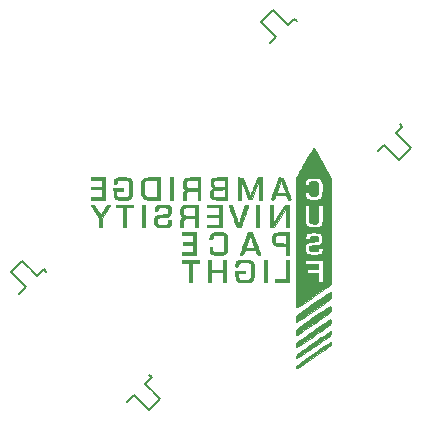
<source format=gbo>
G04 #@! TF.FileFunction,Legend,Bot*
%FSLAX46Y46*%
G04 Gerber Fmt 4.6, Leading zero omitted, Abs format (unit mm)*
G04 Created by KiCad (PCBNEW 4.1.0-alpha+201605071002+6776~44~ubuntu14.04.1-product) date Mon 30 May 2016 00:25:53 BST*
%MOMM*%
%LPD*%
G01*
G04 APERTURE LIST*
%ADD10C,0.100000*%
%ADD11C,0.150000*%
%ADD12C,0.010000*%
%ADD13R,1.900000X1.900000*%
%ADD14C,1.900000*%
%ADD15C,1.000000*%
%ADD16O,1.000000X1.250000*%
%ADD17O,1.000000X1.900000*%
%ADD18C,1.200000*%
%ADD19C,1.600000*%
G04 APERTURE END LIST*
D10*
D11*
X114130776Y-94937115D02*
X114671712Y-94396178D01*
X114671712Y-94396178D02*
X115930362Y-95654829D01*
X115930362Y-95654829D02*
X116899099Y-94686092D01*
X116899099Y-94686092D02*
X115640448Y-93427442D01*
X115640448Y-93427442D02*
X116181385Y-92886506D01*
X116181385Y-92886506D02*
X115969253Y-92674373D01*
X107250627Y-83955747D02*
X107038494Y-83743615D01*
X107038494Y-83743615D02*
X106497558Y-84284552D01*
X106497558Y-84284552D02*
X105238908Y-83025901D01*
X105238908Y-83025901D02*
X104270171Y-83994638D01*
X104270171Y-83994638D02*
X105528822Y-85253288D01*
X105528822Y-85253288D02*
X104987885Y-85794224D01*
X92917572Y-116150319D02*
X93458508Y-115609382D01*
X93458508Y-115609382D02*
X94717158Y-116868033D01*
X94717158Y-116868033D02*
X95685895Y-115899296D01*
X95685895Y-115899296D02*
X94427244Y-114640646D01*
X94427244Y-114640646D02*
X94968181Y-114099710D01*
X94968181Y-114099710D02*
X94756049Y-113887577D01*
X86037423Y-105168951D02*
X85825290Y-104956819D01*
X85825290Y-104956819D02*
X85284354Y-105497756D01*
X85284354Y-105497756D02*
X84025704Y-104239105D01*
X84025704Y-104239105D02*
X83056967Y-105207842D01*
X83056967Y-105207842D02*
X84315618Y-106466492D01*
X84315618Y-106466492D02*
X83774681Y-107007428D01*
D12*
G36*
X110066746Y-111129605D02*
X109985442Y-111179704D01*
X109864060Y-111258223D01*
X109708517Y-111361089D01*
X109524731Y-111484226D01*
X109318620Y-111623561D01*
X109096102Y-111775019D01*
X108863093Y-111934527D01*
X108625513Y-112098010D01*
X108389277Y-112261395D01*
X108160305Y-112420607D01*
X107944514Y-112571572D01*
X107747820Y-112710216D01*
X107576143Y-112832464D01*
X107435400Y-112934244D01*
X107331508Y-113011480D01*
X107270385Y-113060098D01*
X107263790Y-113066051D01*
X107191248Y-113166783D01*
X107175500Y-113241941D01*
X107192938Y-113312282D01*
X107246104Y-113333818D01*
X107336275Y-113306377D01*
X107464731Y-113229792D01*
X107510460Y-113197544D01*
X107576864Y-113150318D01*
X107689038Y-113071609D01*
X107840455Y-112965953D01*
X108024589Y-112837886D01*
X108234915Y-112691943D01*
X108464906Y-112532660D01*
X108708035Y-112364574D01*
X108842375Y-112271824D01*
X109085283Y-112103745D01*
X109314565Y-111944229D01*
X109524362Y-111797414D01*
X109708816Y-111667438D01*
X109862068Y-111558440D01*
X109978261Y-111474559D01*
X110051535Y-111419933D01*
X110072688Y-111402714D01*
X110129417Y-111328503D01*
X110159796Y-111245162D01*
X110162046Y-111170285D01*
X110134394Y-111121467D01*
X110102055Y-111112000D01*
X110066746Y-111129605D01*
X110066746Y-111129605D01*
G37*
X110066746Y-111129605D02*
X109985442Y-111179704D01*
X109864060Y-111258223D01*
X109708517Y-111361089D01*
X109524731Y-111484226D01*
X109318620Y-111623561D01*
X109096102Y-111775019D01*
X108863093Y-111934527D01*
X108625513Y-112098010D01*
X108389277Y-112261395D01*
X108160305Y-112420607D01*
X107944514Y-112571572D01*
X107747820Y-112710216D01*
X107576143Y-112832464D01*
X107435400Y-112934244D01*
X107331508Y-113011480D01*
X107270385Y-113060098D01*
X107263790Y-113066051D01*
X107191248Y-113166783D01*
X107175500Y-113241941D01*
X107192938Y-113312282D01*
X107246104Y-113333818D01*
X107336275Y-113306377D01*
X107464731Y-113229792D01*
X107510460Y-113197544D01*
X107576864Y-113150318D01*
X107689038Y-113071609D01*
X107840455Y-112965953D01*
X108024589Y-112837886D01*
X108234915Y-112691943D01*
X108464906Y-112532660D01*
X108708035Y-112364574D01*
X108842375Y-112271824D01*
X109085283Y-112103745D01*
X109314565Y-111944229D01*
X109524362Y-111797414D01*
X109708816Y-111667438D01*
X109862068Y-111558440D01*
X109978261Y-111474559D01*
X110051535Y-111419933D01*
X110072688Y-111402714D01*
X110129417Y-111328503D01*
X110159796Y-111245162D01*
X110162046Y-111170285D01*
X110134394Y-111121467D01*
X110102055Y-111112000D01*
X110066746Y-111129605D01*
G36*
X110073151Y-110208983D02*
X109990766Y-110259461D01*
X109868413Y-110338601D01*
X109711974Y-110442322D01*
X109527331Y-110566541D01*
X109320366Y-110707176D01*
X109096959Y-110860144D01*
X108862992Y-111021364D01*
X108624346Y-111186753D01*
X108386904Y-111352229D01*
X108156547Y-111513709D01*
X107939155Y-111667111D01*
X107740612Y-111808354D01*
X107566797Y-111933354D01*
X107423592Y-112038031D01*
X107316880Y-112118300D01*
X107252541Y-112170080D01*
X107237415Y-112184851D01*
X107192331Y-112271052D01*
X107180089Y-112359578D01*
X107199518Y-112431386D01*
X107249444Y-112467432D01*
X107254875Y-112468217D01*
X107295308Y-112451635D01*
X107384290Y-112399944D01*
X107518829Y-112315119D01*
X107695931Y-112199140D01*
X107912602Y-112053985D01*
X108165850Y-111881632D01*
X108452682Y-111684059D01*
X108673012Y-111530997D01*
X108935943Y-111347497D01*
X109184569Y-111173482D01*
X109413726Y-111012598D01*
X109618249Y-110868497D01*
X109792974Y-110744825D01*
X109932738Y-110645234D01*
X110032376Y-110573371D01*
X110086724Y-110532885D01*
X110093825Y-110527046D01*
X110134942Y-110464412D01*
X110158510Y-110379566D01*
X110163584Y-110292489D01*
X110149222Y-110223161D01*
X110114478Y-110191565D01*
X110109688Y-110191250D01*
X110073151Y-110208983D01*
X110073151Y-110208983D01*
G37*
X110073151Y-110208983D02*
X109990766Y-110259461D01*
X109868413Y-110338601D01*
X109711974Y-110442322D01*
X109527331Y-110566541D01*
X109320366Y-110707176D01*
X109096959Y-110860144D01*
X108862992Y-111021364D01*
X108624346Y-111186753D01*
X108386904Y-111352229D01*
X108156547Y-111513709D01*
X107939155Y-111667111D01*
X107740612Y-111808354D01*
X107566797Y-111933354D01*
X107423592Y-112038031D01*
X107316880Y-112118300D01*
X107252541Y-112170080D01*
X107237415Y-112184851D01*
X107192331Y-112271052D01*
X107180089Y-112359578D01*
X107199518Y-112431386D01*
X107249444Y-112467432D01*
X107254875Y-112468217D01*
X107295308Y-112451635D01*
X107384290Y-112399944D01*
X107518829Y-112315119D01*
X107695931Y-112199140D01*
X107912602Y-112053985D01*
X108165850Y-111881632D01*
X108452682Y-111684059D01*
X108673012Y-111530997D01*
X108935943Y-111347497D01*
X109184569Y-111173482D01*
X109413726Y-111012598D01*
X109618249Y-110868497D01*
X109792974Y-110744825D01*
X109932738Y-110645234D01*
X110032376Y-110573371D01*
X110086724Y-110532885D01*
X110093825Y-110527046D01*
X110134942Y-110464412D01*
X110158510Y-110379566D01*
X110163584Y-110292489D01*
X110149222Y-110223161D01*
X110114478Y-110191565D01*
X110109688Y-110191250D01*
X110073151Y-110208983D01*
G36*
X110066509Y-109183936D02*
X110038166Y-109195906D01*
X109996346Y-109218744D01*
X109936958Y-109255127D01*
X109855910Y-109307734D01*
X109749110Y-109379247D01*
X109612467Y-109472343D01*
X109441889Y-109589701D01*
X109233286Y-109734002D01*
X108982565Y-109907924D01*
X108685634Y-110114148D01*
X108533582Y-110219775D01*
X108200640Y-110452106D01*
X107919183Y-110650812D01*
X107687593Y-110817090D01*
X107504253Y-110952136D01*
X107367548Y-111057148D01*
X107275860Y-111133323D01*
X107227573Y-111181857D01*
X107221262Y-111191293D01*
X107186709Y-111289500D01*
X107177745Y-111392525D01*
X107192606Y-111481643D01*
X107229528Y-111538127D01*
X107254875Y-111548186D01*
X107296075Y-111531776D01*
X107386102Y-111479917D01*
X107522312Y-111394351D01*
X107702060Y-111276817D01*
X107922703Y-111129055D01*
X108181597Y-110952805D01*
X108476097Y-110749807D01*
X108620125Y-110649784D01*
X108880108Y-110468601D01*
X109127561Y-110295679D01*
X109356921Y-110134938D01*
X109562623Y-109990300D01*
X109739100Y-109865687D01*
X109880790Y-109765020D01*
X109982126Y-109692222D01*
X110037543Y-109651213D01*
X110040938Y-109648539D01*
X110110244Y-109587937D01*
X110145665Y-109533192D01*
X110158465Y-109458811D01*
X110160000Y-109379132D01*
X110153992Y-109266146D01*
X110134098Y-109204531D01*
X110111589Y-109186429D01*
X110099129Y-109181876D01*
X110085466Y-109180152D01*
X110066509Y-109183936D01*
X110066509Y-109183936D01*
G37*
X110066509Y-109183936D02*
X110038166Y-109195906D01*
X109996346Y-109218744D01*
X109936958Y-109255127D01*
X109855910Y-109307734D01*
X109749110Y-109379247D01*
X109612467Y-109472343D01*
X109441889Y-109589701D01*
X109233286Y-109734002D01*
X108982565Y-109907924D01*
X108685634Y-110114148D01*
X108533582Y-110219775D01*
X108200640Y-110452106D01*
X107919183Y-110650812D01*
X107687593Y-110817090D01*
X107504253Y-110952136D01*
X107367548Y-111057148D01*
X107275860Y-111133323D01*
X107227573Y-111181857D01*
X107221262Y-111191293D01*
X107186709Y-111289500D01*
X107177745Y-111392525D01*
X107192606Y-111481643D01*
X107229528Y-111538127D01*
X107254875Y-111548186D01*
X107296075Y-111531776D01*
X107386102Y-111479917D01*
X107522312Y-111394351D01*
X107702060Y-111276817D01*
X107922703Y-111129055D01*
X108181597Y-110952805D01*
X108476097Y-110749807D01*
X108620125Y-110649784D01*
X108880108Y-110468601D01*
X109127561Y-110295679D01*
X109356921Y-110134938D01*
X109562623Y-109990300D01*
X109739100Y-109865687D01*
X109880790Y-109765020D01*
X109982126Y-109692222D01*
X110037543Y-109651213D01*
X110040938Y-109648539D01*
X110110244Y-109587937D01*
X110145665Y-109533192D01*
X110158465Y-109458811D01*
X110160000Y-109379132D01*
X110153992Y-109266146D01*
X110134098Y-109204531D01*
X110111589Y-109186429D01*
X110099129Y-109181876D01*
X110085466Y-109180152D01*
X110066509Y-109183936D01*
G36*
X110050469Y-108085271D02*
X109965510Y-108133706D01*
X109840394Y-108211706D01*
X109680856Y-108315565D01*
X109492630Y-108441579D01*
X109281450Y-108586042D01*
X109152912Y-108675286D01*
X108913328Y-108842396D01*
X108663726Y-109016323D01*
X108415798Y-109188933D01*
X108181235Y-109352091D01*
X107971729Y-109497662D01*
X107798971Y-109617511D01*
X107754836Y-109648079D01*
X107593973Y-109761262D01*
X107450304Y-109865804D01*
X107332445Y-109955156D01*
X107249008Y-110022771D01*
X107208607Y-110062100D01*
X107207149Y-110064440D01*
X107183668Y-110141165D01*
X107174088Y-110242561D01*
X107177498Y-110347753D01*
X107192985Y-110435866D01*
X107219637Y-110486024D01*
X107225722Y-110489478D01*
X107269651Y-110503375D01*
X107308447Y-110500588D01*
X107360045Y-110474807D01*
X107442383Y-110419723D01*
X107461250Y-110406627D01*
X107903371Y-110099240D01*
X108295917Y-109826005D01*
X108641583Y-109585011D01*
X108943060Y-109374347D01*
X109203040Y-109192102D01*
X109424216Y-109036366D01*
X109609280Y-108905226D01*
X109760923Y-108796772D01*
X109881839Y-108709094D01*
X109974720Y-108640279D01*
X110042257Y-108588416D01*
X110087143Y-108551596D01*
X110112070Y-108527906D01*
X110117393Y-108521172D01*
X110145344Y-108446292D01*
X110157347Y-108345527D01*
X110154607Y-108238373D01*
X110138327Y-108144324D01*
X110109712Y-108082874D01*
X110089537Y-108070105D01*
X110050469Y-108085271D01*
X110050469Y-108085271D01*
G37*
X110050469Y-108085271D02*
X109965510Y-108133706D01*
X109840394Y-108211706D01*
X109680856Y-108315565D01*
X109492630Y-108441579D01*
X109281450Y-108586042D01*
X109152912Y-108675286D01*
X108913328Y-108842396D01*
X108663726Y-109016323D01*
X108415798Y-109188933D01*
X108181235Y-109352091D01*
X107971729Y-109497662D01*
X107798971Y-109617511D01*
X107754836Y-109648079D01*
X107593973Y-109761262D01*
X107450304Y-109865804D01*
X107332445Y-109955156D01*
X107249008Y-110022771D01*
X107208607Y-110062100D01*
X107207149Y-110064440D01*
X107183668Y-110141165D01*
X107174088Y-110242561D01*
X107177498Y-110347753D01*
X107192985Y-110435866D01*
X107219637Y-110486024D01*
X107225722Y-110489478D01*
X107269651Y-110503375D01*
X107308447Y-110500588D01*
X107360045Y-110474807D01*
X107442383Y-110419723D01*
X107461250Y-110406627D01*
X107903371Y-110099240D01*
X108295917Y-109826005D01*
X108641583Y-109585011D01*
X108943060Y-109374347D01*
X109203040Y-109192102D01*
X109424216Y-109036366D01*
X109609280Y-108905226D01*
X109760923Y-108796772D01*
X109881839Y-108709094D01*
X109974720Y-108640279D01*
X110042257Y-108588416D01*
X110087143Y-108551596D01*
X110112070Y-108527906D01*
X110117393Y-108521172D01*
X110145344Y-108446292D01*
X110157347Y-108345527D01*
X110154607Y-108238373D01*
X110138327Y-108144324D01*
X110109712Y-108082874D01*
X110089537Y-108070105D01*
X110050469Y-108085271D01*
G36*
X110072688Y-106895954D02*
X110030564Y-106916366D01*
X109942702Y-106969327D01*
X109815170Y-107050662D01*
X109654033Y-107156198D01*
X109465357Y-107281759D01*
X109255210Y-107423172D01*
X109029658Y-107576261D01*
X108794766Y-107736853D01*
X108556603Y-107900772D01*
X108321232Y-108063845D01*
X108094723Y-108221896D01*
X107883139Y-108370753D01*
X107692549Y-108506239D01*
X107529019Y-108624180D01*
X107398614Y-108720403D01*
X107307401Y-108790732D01*
X107262813Y-108829507D01*
X107213712Y-108889900D01*
X107187304Y-108953073D01*
X107176882Y-109041774D01*
X107175500Y-109125529D01*
X107180005Y-109275596D01*
X107194883Y-109370741D01*
X107222181Y-109418995D01*
X107252868Y-109429250D01*
X107285934Y-109411672D01*
X107365922Y-109361257D01*
X107487663Y-109281479D01*
X107645985Y-109175812D01*
X107835720Y-109047731D01*
X108051696Y-108900710D01*
X108288744Y-108738225D01*
X108541694Y-108563751D01*
X108575034Y-108540675D01*
X108834905Y-108360241D01*
X109083338Y-108186790D01*
X109314519Y-108024449D01*
X109522636Y-107877341D01*
X109701875Y-107749594D01*
X109846422Y-107645332D01*
X109950464Y-107568681D01*
X110008187Y-107523766D01*
X110009188Y-107522913D01*
X110160000Y-107393726D01*
X110160000Y-106882042D01*
X110072688Y-106895954D01*
X110072688Y-106895954D01*
G37*
X110072688Y-106895954D02*
X110030564Y-106916366D01*
X109942702Y-106969327D01*
X109815170Y-107050662D01*
X109654033Y-107156198D01*
X109465357Y-107281759D01*
X109255210Y-107423172D01*
X109029658Y-107576261D01*
X108794766Y-107736853D01*
X108556603Y-107900772D01*
X108321232Y-108063845D01*
X108094723Y-108221896D01*
X107883139Y-108370753D01*
X107692549Y-108506239D01*
X107529019Y-108624180D01*
X107398614Y-108720403D01*
X107307401Y-108790732D01*
X107262813Y-108829507D01*
X107213712Y-108889900D01*
X107187304Y-108953073D01*
X107176882Y-109041774D01*
X107175500Y-109125529D01*
X107180005Y-109275596D01*
X107194883Y-109370741D01*
X107222181Y-109418995D01*
X107252868Y-109429250D01*
X107285934Y-109411672D01*
X107365922Y-109361257D01*
X107487663Y-109281479D01*
X107645985Y-109175812D01*
X107835720Y-109047731D01*
X108051696Y-108900710D01*
X108288744Y-108738225D01*
X108541694Y-108563751D01*
X108575034Y-108540675D01*
X108834905Y-108360241D01*
X109083338Y-108186790D01*
X109314519Y-108024449D01*
X109522636Y-107877341D01*
X109701875Y-107749594D01*
X109846422Y-107645332D01*
X109950464Y-107568681D01*
X110008187Y-107523766D01*
X110009188Y-107522913D01*
X110160000Y-107393726D01*
X110160000Y-106882042D01*
X110072688Y-106895954D01*
G36*
X108645802Y-94718264D02*
X108596605Y-94782676D01*
X108523792Y-94892539D01*
X108426090Y-95049908D01*
X108302227Y-95256836D01*
X108150930Y-95515378D01*
X107970928Y-95827586D01*
X107952505Y-95859735D01*
X107807939Y-96113144D01*
X107671522Y-96354239D01*
X107546912Y-96576407D01*
X107437771Y-96773035D01*
X107347757Y-96937512D01*
X107280531Y-97063225D01*
X107239754Y-97143563D01*
X107230972Y-97163240D01*
X107223909Y-97183729D01*
X107217479Y-97209665D01*
X107211657Y-97243911D01*
X107206420Y-97289331D01*
X107201742Y-97348789D01*
X107197600Y-97425149D01*
X107193968Y-97521275D01*
X107190823Y-97640030D01*
X107188139Y-97784278D01*
X107185894Y-97956883D01*
X107184061Y-98160709D01*
X107182616Y-98398619D01*
X107181536Y-98673477D01*
X107180795Y-98988148D01*
X107180369Y-99345494D01*
X107180234Y-99748380D01*
X107180365Y-100199670D01*
X107180738Y-100702226D01*
X107181329Y-101258914D01*
X107182112Y-101872597D01*
X107183063Y-102546138D01*
X107183347Y-102739692D01*
X107191375Y-108175125D01*
X107270750Y-108180748D01*
X107306360Y-108170566D01*
X107373722Y-108135935D01*
X107475491Y-108075112D01*
X107614320Y-107986350D01*
X107792863Y-107867908D01*
X108013774Y-107718039D01*
X108279708Y-107535000D01*
X108593318Y-107317046D01*
X108728804Y-107222426D01*
X108992515Y-107037512D01*
X109240669Y-106862478D01*
X109468342Y-106700868D01*
X109670607Y-106556229D01*
X109842538Y-106432105D01*
X109979210Y-106332042D01*
X110075696Y-106259585D01*
X110127071Y-106218280D01*
X110134066Y-106210979D01*
X110137143Y-106174153D01*
X110140003Y-106077453D01*
X110142634Y-105924506D01*
X110145019Y-105718938D01*
X110147145Y-105464376D01*
X110148997Y-105164446D01*
X110150559Y-104822774D01*
X110151818Y-104442986D01*
X110152463Y-104158750D01*
X109461500Y-104158750D01*
X109461500Y-106032000D01*
X109080500Y-106032000D01*
X109080500Y-105270000D01*
X108096250Y-105270000D01*
X108096250Y-104952500D01*
X109080500Y-104952500D01*
X109080500Y-104476250D01*
X107937500Y-104476250D01*
X107937500Y-104158750D01*
X109461500Y-104158750D01*
X110152463Y-104158750D01*
X110152759Y-104028709D01*
X110153367Y-103583569D01*
X110153628Y-103111193D01*
X110153628Y-103111000D01*
X109469681Y-103111000D01*
X109447964Y-103274715D01*
X109428744Y-103372431D01*
X109399317Y-103473895D01*
X109366405Y-103560141D01*
X109336733Y-103612205D01*
X109325748Y-103619478D01*
X109294560Y-103629760D01*
X109224650Y-103655027D01*
X109191625Y-103667252D01*
X109096225Y-103688699D01*
X108957406Y-103702384D01*
X108791472Y-103708577D01*
X108614730Y-103707549D01*
X108443484Y-103699568D01*
X108294039Y-103684907D01*
X108182701Y-103663835D01*
X108144165Y-103649886D01*
X108060667Y-103586192D01*
X108001290Y-103507585D01*
X107973794Y-103415178D01*
X107957645Y-103283701D01*
X107952942Y-103134768D01*
X107959788Y-102989990D01*
X107978284Y-102870979D01*
X107998040Y-102814906D01*
X108054630Y-102748568D01*
X108149744Y-102695948D01*
X108290063Y-102654905D01*
X108482268Y-102623296D01*
X108650870Y-102605671D01*
X108815382Y-102589047D01*
X108927138Y-102571663D01*
X108996864Y-102551144D01*
X109035283Y-102525113D01*
X109039808Y-102519513D01*
X109075348Y-102424497D01*
X109073126Y-102310035D01*
X109034799Y-102206463D01*
X109021717Y-102188190D01*
X108985461Y-102151764D01*
X108938715Y-102129736D01*
X108865516Y-102118380D01*
X108749901Y-102113965D01*
X108701529Y-102113412D01*
X108544414Y-102118445D01*
X108440332Y-102140136D01*
X108379856Y-102183692D01*
X108353560Y-102254319D01*
X108350250Y-102307443D01*
X108345452Y-102347846D01*
X108321253Y-102369830D01*
X108262953Y-102378947D01*
X108156145Y-102380750D01*
X107962040Y-102380750D01*
X107983995Y-102229937D01*
X108014361Y-102092277D01*
X108065256Y-101988679D01*
X108144555Y-101914810D01*
X108260138Y-101866336D01*
X108419883Y-101838925D01*
X108631667Y-101828244D01*
X108715375Y-101827652D01*
X108951022Y-101834971D01*
X109131169Y-101859929D01*
X109262534Y-101907448D01*
X109351830Y-101982450D01*
X109405772Y-102089858D01*
X109431077Y-102234592D01*
X109435353Y-102355376D01*
X109427724Y-102527630D01*
X109399482Y-102656636D01*
X109342597Y-102749737D01*
X109249040Y-102814272D01*
X109110781Y-102857581D01*
X108919789Y-102887006D01*
X108845284Y-102894779D01*
X108655935Y-102914202D01*
X108520029Y-102932102D01*
X108427673Y-102951488D01*
X108368970Y-102975368D01*
X108334026Y-103006752D01*
X108312948Y-103048648D01*
X108309837Y-103057616D01*
X108295130Y-103152072D01*
X108300919Y-103255930D01*
X108301120Y-103257014D01*
X108327284Y-103333500D01*
X108378703Y-103384278D01*
X108465899Y-103413879D01*
X108599393Y-103426831D01*
X108699500Y-103428500D01*
X108860099Y-103423830D01*
X108968795Y-103406266D01*
X109036731Y-103370471D01*
X109075052Y-103311113D01*
X109092296Y-103240479D01*
X109113001Y-103111000D01*
X109469681Y-103111000D01*
X110153628Y-103111000D01*
X110153526Y-102615206D01*
X110153048Y-102099235D01*
X110152387Y-101676551D01*
X110148394Y-99507375D01*
X109445625Y-99507375D01*
X109445625Y-100269375D01*
X109445251Y-100511903D01*
X109443709Y-100699760D01*
X109440367Y-100841774D01*
X109434595Y-100946771D01*
X109425764Y-101023579D01*
X109413241Y-101081023D01*
X109396398Y-101127932D01*
X109382125Y-101158375D01*
X109317702Y-101251813D01*
X109226416Y-101318906D01*
X109100050Y-101362218D01*
X108930384Y-101384314D01*
X108709198Y-101387759D01*
X108651875Y-101386239D01*
X108443942Y-101373861D01*
X108284464Y-101352322D01*
X108185672Y-101324694D01*
X108119734Y-101293038D01*
X108067547Y-101256104D01*
X108027389Y-101206455D01*
X107997542Y-101136658D01*
X107976286Y-101039277D01*
X107961902Y-100906878D01*
X107952669Y-100732025D01*
X107946868Y-100507285D01*
X107943426Y-100277312D01*
X107933476Y-99491500D01*
X108282458Y-99491500D01*
X108292542Y-100224605D01*
X108295918Y-100458586D01*
X108299366Y-100637340D01*
X108303771Y-100769136D01*
X108310018Y-100862241D01*
X108318994Y-100924924D01*
X108331585Y-100965452D01*
X108348676Y-100992095D01*
X108371153Y-101013118D01*
X108377580Y-101018355D01*
X108433652Y-101051606D01*
X108510660Y-101070490D01*
X108625745Y-101078260D01*
X108696950Y-101079000D01*
X108807436Y-101079296D01*
X108893223Y-101075431D01*
X108957602Y-101060271D01*
X109003867Y-101026683D01*
X109035312Y-100967534D01*
X109055228Y-100875691D01*
X109066909Y-100744020D01*
X109073648Y-100565389D01*
X109078737Y-100332665D01*
X109080500Y-100248176D01*
X109096375Y-99507375D01*
X109445625Y-99507375D01*
X110148394Y-99507375D01*
X110145619Y-98000718D01*
X109457772Y-98000718D01*
X109442515Y-98316908D01*
X109433647Y-98405727D01*
X109404050Y-98618190D01*
X109364099Y-98776450D01*
X109307530Y-98889671D01*
X109228080Y-98967020D01*
X109119487Y-99017661D01*
X108995179Y-99047350D01*
X108883318Y-99058759D01*
X108736945Y-99061979D01*
X108575533Y-99057908D01*
X108418557Y-99047448D01*
X108285492Y-99031498D01*
X108195812Y-99010957D01*
X108194147Y-99010337D01*
X108108120Y-98964178D01*
X108041174Y-98912807D01*
X108002869Y-98869466D01*
X107975558Y-98814501D01*
X107955078Y-98733507D01*
X107937268Y-98612077D01*
X107926278Y-98515187D01*
X107911793Y-98380250D01*
X108286750Y-98380250D01*
X108286750Y-98487857D01*
X108305324Y-98605381D01*
X108365426Y-98685163D01*
X108473627Y-98732924D01*
X108588980Y-98751058D01*
X108770652Y-98756906D01*
X108901242Y-98735551D01*
X108988153Y-98684519D01*
X109038791Y-98601337D01*
X109039021Y-98600676D01*
X109053400Y-98525519D01*
X109064368Y-98403360D01*
X109071704Y-98250612D01*
X109075188Y-98083694D01*
X109074600Y-97919020D01*
X109069721Y-97773007D01*
X109060330Y-97662072D01*
X109052185Y-97618250D01*
X109000340Y-97544484D01*
X108898011Y-97493733D01*
X108755014Y-97469099D01*
X108591625Y-97472597D01*
X108453465Y-97493590D01*
X108368585Y-97526998D01*
X108327097Y-97578714D01*
X108318500Y-97635415D01*
X108310581Y-97728137D01*
X108277976Y-97780763D01*
X108207412Y-97804031D01*
X108104287Y-97808750D01*
X107928617Y-97808750D01*
X107946774Y-97632817D01*
X107972414Y-97477305D01*
X108018003Y-97359499D01*
X108090988Y-97275006D01*
X108198814Y-97219430D01*
X108348929Y-97188378D01*
X108548778Y-97177455D01*
X108715375Y-97179241D01*
X108884424Y-97185291D01*
X109004334Y-97194214D01*
X109089467Y-97208393D01*
X109154182Y-97230210D01*
X109212235Y-97261672D01*
X109319166Y-97365312D01*
X109395879Y-97523788D01*
X109442154Y-97735967D01*
X109457772Y-98000718D01*
X110145619Y-98000718D01*
X110144125Y-97189625D01*
X109495933Y-96030750D01*
X109324580Y-95724550D01*
X109181316Y-95469194D01*
X109063291Y-95260069D01*
X108967658Y-95092562D01*
X108891570Y-94962061D01*
X108832179Y-94863953D01*
X108786637Y-94793627D01*
X108752098Y-94746471D01*
X108725713Y-94717871D01*
X108704635Y-94703216D01*
X108686017Y-94697893D01*
X108672655Y-94697250D01*
X108645802Y-94718264D01*
X108645802Y-94718264D01*
G37*
X108645802Y-94718264D02*
X108596605Y-94782676D01*
X108523792Y-94892539D01*
X108426090Y-95049908D01*
X108302227Y-95256836D01*
X108150930Y-95515378D01*
X107970928Y-95827586D01*
X107952505Y-95859735D01*
X107807939Y-96113144D01*
X107671522Y-96354239D01*
X107546912Y-96576407D01*
X107437771Y-96773035D01*
X107347757Y-96937512D01*
X107280531Y-97063225D01*
X107239754Y-97143563D01*
X107230972Y-97163240D01*
X107223909Y-97183729D01*
X107217479Y-97209665D01*
X107211657Y-97243911D01*
X107206420Y-97289331D01*
X107201742Y-97348789D01*
X107197600Y-97425149D01*
X107193968Y-97521275D01*
X107190823Y-97640030D01*
X107188139Y-97784278D01*
X107185894Y-97956883D01*
X107184061Y-98160709D01*
X107182616Y-98398619D01*
X107181536Y-98673477D01*
X107180795Y-98988148D01*
X107180369Y-99345494D01*
X107180234Y-99748380D01*
X107180365Y-100199670D01*
X107180738Y-100702226D01*
X107181329Y-101258914D01*
X107182112Y-101872597D01*
X107183063Y-102546138D01*
X107183347Y-102739692D01*
X107191375Y-108175125D01*
X107270750Y-108180748D01*
X107306360Y-108170566D01*
X107373722Y-108135935D01*
X107475491Y-108075112D01*
X107614320Y-107986350D01*
X107792863Y-107867908D01*
X108013774Y-107718039D01*
X108279708Y-107535000D01*
X108593318Y-107317046D01*
X108728804Y-107222426D01*
X108992515Y-107037512D01*
X109240669Y-106862478D01*
X109468342Y-106700868D01*
X109670607Y-106556229D01*
X109842538Y-106432105D01*
X109979210Y-106332042D01*
X110075696Y-106259585D01*
X110127071Y-106218280D01*
X110134066Y-106210979D01*
X110137143Y-106174153D01*
X110140003Y-106077453D01*
X110142634Y-105924506D01*
X110145019Y-105718938D01*
X110147145Y-105464376D01*
X110148997Y-105164446D01*
X110150559Y-104822774D01*
X110151818Y-104442986D01*
X110152463Y-104158750D01*
X109461500Y-104158750D01*
X109461500Y-106032000D01*
X109080500Y-106032000D01*
X109080500Y-105270000D01*
X108096250Y-105270000D01*
X108096250Y-104952500D01*
X109080500Y-104952500D01*
X109080500Y-104476250D01*
X107937500Y-104476250D01*
X107937500Y-104158750D01*
X109461500Y-104158750D01*
X110152463Y-104158750D01*
X110152759Y-104028709D01*
X110153367Y-103583569D01*
X110153628Y-103111193D01*
X110153628Y-103111000D01*
X109469681Y-103111000D01*
X109447964Y-103274715D01*
X109428744Y-103372431D01*
X109399317Y-103473895D01*
X109366405Y-103560141D01*
X109336733Y-103612205D01*
X109325748Y-103619478D01*
X109294560Y-103629760D01*
X109224650Y-103655027D01*
X109191625Y-103667252D01*
X109096225Y-103688699D01*
X108957406Y-103702384D01*
X108791472Y-103708577D01*
X108614730Y-103707549D01*
X108443484Y-103699568D01*
X108294039Y-103684907D01*
X108182701Y-103663835D01*
X108144165Y-103649886D01*
X108060667Y-103586192D01*
X108001290Y-103507585D01*
X107973794Y-103415178D01*
X107957645Y-103283701D01*
X107952942Y-103134768D01*
X107959788Y-102989990D01*
X107978284Y-102870979D01*
X107998040Y-102814906D01*
X108054630Y-102748568D01*
X108149744Y-102695948D01*
X108290063Y-102654905D01*
X108482268Y-102623296D01*
X108650870Y-102605671D01*
X108815382Y-102589047D01*
X108927138Y-102571663D01*
X108996864Y-102551144D01*
X109035283Y-102525113D01*
X109039808Y-102519513D01*
X109075348Y-102424497D01*
X109073126Y-102310035D01*
X109034799Y-102206463D01*
X109021717Y-102188190D01*
X108985461Y-102151764D01*
X108938715Y-102129736D01*
X108865516Y-102118380D01*
X108749901Y-102113965D01*
X108701529Y-102113412D01*
X108544414Y-102118445D01*
X108440332Y-102140136D01*
X108379856Y-102183692D01*
X108353560Y-102254319D01*
X108350250Y-102307443D01*
X108345452Y-102347846D01*
X108321253Y-102369830D01*
X108262953Y-102378947D01*
X108156145Y-102380750D01*
X107962040Y-102380750D01*
X107983995Y-102229937D01*
X108014361Y-102092277D01*
X108065256Y-101988679D01*
X108144555Y-101914810D01*
X108260138Y-101866336D01*
X108419883Y-101838925D01*
X108631667Y-101828244D01*
X108715375Y-101827652D01*
X108951022Y-101834971D01*
X109131169Y-101859929D01*
X109262534Y-101907448D01*
X109351830Y-101982450D01*
X109405772Y-102089858D01*
X109431077Y-102234592D01*
X109435353Y-102355376D01*
X109427724Y-102527630D01*
X109399482Y-102656636D01*
X109342597Y-102749737D01*
X109249040Y-102814272D01*
X109110781Y-102857581D01*
X108919789Y-102887006D01*
X108845284Y-102894779D01*
X108655935Y-102914202D01*
X108520029Y-102932102D01*
X108427673Y-102951488D01*
X108368970Y-102975368D01*
X108334026Y-103006752D01*
X108312948Y-103048648D01*
X108309837Y-103057616D01*
X108295130Y-103152072D01*
X108300919Y-103255930D01*
X108301120Y-103257014D01*
X108327284Y-103333500D01*
X108378703Y-103384278D01*
X108465899Y-103413879D01*
X108599393Y-103426831D01*
X108699500Y-103428500D01*
X108860099Y-103423830D01*
X108968795Y-103406266D01*
X109036731Y-103370471D01*
X109075052Y-103311113D01*
X109092296Y-103240479D01*
X109113001Y-103111000D01*
X109469681Y-103111000D01*
X110153628Y-103111000D01*
X110153526Y-102615206D01*
X110153048Y-102099235D01*
X110152387Y-101676551D01*
X110148394Y-99507375D01*
X109445625Y-99507375D01*
X109445625Y-100269375D01*
X109445251Y-100511903D01*
X109443709Y-100699760D01*
X109440367Y-100841774D01*
X109434595Y-100946771D01*
X109425764Y-101023579D01*
X109413241Y-101081023D01*
X109396398Y-101127932D01*
X109382125Y-101158375D01*
X109317702Y-101251813D01*
X109226416Y-101318906D01*
X109100050Y-101362218D01*
X108930384Y-101384314D01*
X108709198Y-101387759D01*
X108651875Y-101386239D01*
X108443942Y-101373861D01*
X108284464Y-101352322D01*
X108185672Y-101324694D01*
X108119734Y-101293038D01*
X108067547Y-101256104D01*
X108027389Y-101206455D01*
X107997542Y-101136658D01*
X107976286Y-101039277D01*
X107961902Y-100906878D01*
X107952669Y-100732025D01*
X107946868Y-100507285D01*
X107943426Y-100277312D01*
X107933476Y-99491500D01*
X108282458Y-99491500D01*
X108292542Y-100224605D01*
X108295918Y-100458586D01*
X108299366Y-100637340D01*
X108303771Y-100769136D01*
X108310018Y-100862241D01*
X108318994Y-100924924D01*
X108331585Y-100965452D01*
X108348676Y-100992095D01*
X108371153Y-101013118D01*
X108377580Y-101018355D01*
X108433652Y-101051606D01*
X108510660Y-101070490D01*
X108625745Y-101078260D01*
X108696950Y-101079000D01*
X108807436Y-101079296D01*
X108893223Y-101075431D01*
X108957602Y-101060271D01*
X109003867Y-101026683D01*
X109035312Y-100967534D01*
X109055228Y-100875691D01*
X109066909Y-100744020D01*
X109073648Y-100565389D01*
X109078737Y-100332665D01*
X109080500Y-100248176D01*
X109096375Y-99507375D01*
X109445625Y-99507375D01*
X110148394Y-99507375D01*
X110145619Y-98000718D01*
X109457772Y-98000718D01*
X109442515Y-98316908D01*
X109433647Y-98405727D01*
X109404050Y-98618190D01*
X109364099Y-98776450D01*
X109307530Y-98889671D01*
X109228080Y-98967020D01*
X109119487Y-99017661D01*
X108995179Y-99047350D01*
X108883318Y-99058759D01*
X108736945Y-99061979D01*
X108575533Y-99057908D01*
X108418557Y-99047448D01*
X108285492Y-99031498D01*
X108195812Y-99010957D01*
X108194147Y-99010337D01*
X108108120Y-98964178D01*
X108041174Y-98912807D01*
X108002869Y-98869466D01*
X107975558Y-98814501D01*
X107955078Y-98733507D01*
X107937268Y-98612077D01*
X107926278Y-98515187D01*
X107911793Y-98380250D01*
X108286750Y-98380250D01*
X108286750Y-98487857D01*
X108305324Y-98605381D01*
X108365426Y-98685163D01*
X108473627Y-98732924D01*
X108588980Y-98751058D01*
X108770652Y-98756906D01*
X108901242Y-98735551D01*
X108988153Y-98684519D01*
X109038791Y-98601337D01*
X109039021Y-98600676D01*
X109053400Y-98525519D01*
X109064368Y-98403360D01*
X109071704Y-98250612D01*
X109075188Y-98083694D01*
X109074600Y-97919020D01*
X109069721Y-97773007D01*
X109060330Y-97662072D01*
X109052185Y-97618250D01*
X109000340Y-97544484D01*
X108898011Y-97493733D01*
X108755014Y-97469099D01*
X108591625Y-97472597D01*
X108453465Y-97493590D01*
X108368585Y-97526998D01*
X108327097Y-97578714D01*
X108318500Y-97635415D01*
X108310581Y-97728137D01*
X108277976Y-97780763D01*
X108207412Y-97804031D01*
X108104287Y-97808750D01*
X107928617Y-97808750D01*
X107946774Y-97632817D01*
X107972414Y-97477305D01*
X108018003Y-97359499D01*
X108090988Y-97275006D01*
X108198814Y-97219430D01*
X108348929Y-97188378D01*
X108548778Y-97177455D01*
X108715375Y-97179241D01*
X108884424Y-97185291D01*
X109004334Y-97194214D01*
X109089467Y-97208393D01*
X109154182Y-97230210D01*
X109212235Y-97261672D01*
X109319166Y-97365312D01*
X109395879Y-97523788D01*
X109442154Y-97735967D01*
X109457772Y-98000718D01*
X110145619Y-98000718D01*
X110144125Y-97189625D01*
X109495933Y-96030750D01*
X109324580Y-95724550D01*
X109181316Y-95469194D01*
X109063291Y-95260069D01*
X108967658Y-95092562D01*
X108891570Y-94962061D01*
X108832179Y-94863953D01*
X108786637Y-94793627D01*
X108752098Y-94746471D01*
X108725713Y-94717871D01*
X108704635Y-94703216D01*
X108686017Y-94697893D01*
X108672655Y-94697250D01*
X108645802Y-94718264D01*
G36*
X106381750Y-105809750D02*
X105397500Y-105809750D01*
X105397500Y-106063750D01*
X106604000Y-106063750D01*
X106604000Y-104158750D01*
X106381750Y-104158750D01*
X106381750Y-105809750D01*
X106381750Y-105809750D01*
G37*
X106381750Y-105809750D02*
X105397500Y-105809750D01*
X105397500Y-106063750D01*
X106604000Y-106063750D01*
X106604000Y-104158750D01*
X106381750Y-104158750D01*
X106381750Y-105809750D01*
G36*
X104445000Y-106063750D02*
X104699000Y-106063750D01*
X104699000Y-104158750D01*
X104445000Y-104158750D01*
X104445000Y-106063750D01*
X104445000Y-106063750D01*
G37*
X104445000Y-106063750D02*
X104699000Y-106063750D01*
X104699000Y-104158750D01*
X104445000Y-104158750D01*
X104445000Y-106063750D01*
G36*
X102588113Y-104146351D02*
X102420475Y-104158423D01*
X102297883Y-104181555D01*
X102211256Y-104218214D01*
X102151516Y-104270864D01*
X102114280Y-104331739D01*
X102082186Y-104432824D01*
X102064781Y-104552737D01*
X102063750Y-104584235D01*
X102066090Y-104673273D01*
X102081364Y-104715903D01*
X102121958Y-104729219D01*
X102169554Y-104730250D01*
X102234094Y-104725892D01*
X102269873Y-104701827D01*
X102291711Y-104641565D01*
X102304492Y-104580129D01*
X102327410Y-104491569D01*
X102362838Y-104428675D01*
X102420578Y-104387530D01*
X102510432Y-104364217D01*
X102642203Y-104354820D01*
X102825693Y-104355420D01*
X102864643Y-104356280D01*
X103030091Y-104360415D01*
X103155862Y-104369111D01*
X103247390Y-104390136D01*
X103310104Y-104431257D01*
X103349436Y-104500243D01*
X103370818Y-104604863D01*
X103379680Y-104752886D01*
X103381454Y-104952079D01*
X103381375Y-105095375D01*
X103380993Y-105302571D01*
X103379188Y-105455837D01*
X103374972Y-105564743D01*
X103367356Y-105638856D01*
X103355354Y-105687745D01*
X103337975Y-105720979D01*
X103314234Y-105748127D01*
X103313939Y-105748422D01*
X103234314Y-105794129D01*
X103109995Y-105827365D01*
X102957374Y-105847749D01*
X102792843Y-105854901D01*
X102632794Y-105848437D01*
X102493619Y-105827977D01*
X102391711Y-105793138D01*
X102360271Y-105770627D01*
X102328072Y-105706750D01*
X102303523Y-105594747D01*
X102294147Y-105511547D01*
X102277307Y-105301750D01*
X102889250Y-105301750D01*
X102889250Y-105079500D01*
X102055760Y-105079500D01*
X102069752Y-105445055D01*
X102081455Y-105640928D01*
X102102627Y-105783713D01*
X102138299Y-105883669D01*
X102193503Y-105951051D01*
X102273268Y-105996118D01*
X102352475Y-106021507D01*
X102451479Y-106037968D01*
X102593946Y-106049576D01*
X102760515Y-106056056D01*
X102931825Y-106057134D01*
X103088517Y-106052537D01*
X103211230Y-106041992D01*
X103254375Y-106034263D01*
X103361356Y-106003501D01*
X103444152Y-105963863D01*
X103506013Y-105907324D01*
X103550192Y-105825862D01*
X103579939Y-105711455D01*
X103598505Y-105556077D01*
X103609142Y-105351708D01*
X103614147Y-105146409D01*
X103616807Y-104892893D01*
X103613113Y-104694446D01*
X103600898Y-104542778D01*
X103577992Y-104429595D01*
X103542227Y-104346607D01*
X103491434Y-104285521D01*
X103423446Y-104238045D01*
X103369458Y-104210766D01*
X103298387Y-104181818D01*
X103223674Y-104162322D01*
X103130758Y-104150513D01*
X103005080Y-104144624D01*
X102832078Y-104142888D01*
X102809875Y-104142875D01*
X102588113Y-104146351D01*
X102588113Y-104146351D01*
G37*
X102588113Y-104146351D02*
X102420475Y-104158423D01*
X102297883Y-104181555D01*
X102211256Y-104218214D01*
X102151516Y-104270864D01*
X102114280Y-104331739D01*
X102082186Y-104432824D01*
X102064781Y-104552737D01*
X102063750Y-104584235D01*
X102066090Y-104673273D01*
X102081364Y-104715903D01*
X102121958Y-104729219D01*
X102169554Y-104730250D01*
X102234094Y-104725892D01*
X102269873Y-104701827D01*
X102291711Y-104641565D01*
X102304492Y-104580129D01*
X102327410Y-104491569D01*
X102362838Y-104428675D01*
X102420578Y-104387530D01*
X102510432Y-104364217D01*
X102642203Y-104354820D01*
X102825693Y-104355420D01*
X102864643Y-104356280D01*
X103030091Y-104360415D01*
X103155862Y-104369111D01*
X103247390Y-104390136D01*
X103310104Y-104431257D01*
X103349436Y-104500243D01*
X103370818Y-104604863D01*
X103379680Y-104752886D01*
X103381454Y-104952079D01*
X103381375Y-105095375D01*
X103380993Y-105302571D01*
X103379188Y-105455837D01*
X103374972Y-105564743D01*
X103367356Y-105638856D01*
X103355354Y-105687745D01*
X103337975Y-105720979D01*
X103314234Y-105748127D01*
X103313939Y-105748422D01*
X103234314Y-105794129D01*
X103109995Y-105827365D01*
X102957374Y-105847749D01*
X102792843Y-105854901D01*
X102632794Y-105848437D01*
X102493619Y-105827977D01*
X102391711Y-105793138D01*
X102360271Y-105770627D01*
X102328072Y-105706750D01*
X102303523Y-105594747D01*
X102294147Y-105511547D01*
X102277307Y-105301750D01*
X102889250Y-105301750D01*
X102889250Y-105079500D01*
X102055760Y-105079500D01*
X102069752Y-105445055D01*
X102081455Y-105640928D01*
X102102627Y-105783713D01*
X102138299Y-105883669D01*
X102193503Y-105951051D01*
X102273268Y-105996118D01*
X102352475Y-106021507D01*
X102451479Y-106037968D01*
X102593946Y-106049576D01*
X102760515Y-106056056D01*
X102931825Y-106057134D01*
X103088517Y-106052537D01*
X103211230Y-106041992D01*
X103254375Y-106034263D01*
X103361356Y-106003501D01*
X103444152Y-105963863D01*
X103506013Y-105907324D01*
X103550192Y-105825862D01*
X103579939Y-105711455D01*
X103598505Y-105556077D01*
X103609142Y-105351708D01*
X103614147Y-105146409D01*
X103616807Y-104892893D01*
X103613113Y-104694446D01*
X103600898Y-104542778D01*
X103577992Y-104429595D01*
X103542227Y-104346607D01*
X103491434Y-104285521D01*
X103423446Y-104238045D01*
X103369458Y-104210766D01*
X103298387Y-104181818D01*
X103223674Y-104162322D01*
X103130758Y-104150513D01*
X103005080Y-104144624D01*
X102832078Y-104142888D01*
X102809875Y-104142875D01*
X102588113Y-104146351D01*
G36*
X101016000Y-104984250D02*
X99968250Y-104984250D01*
X99968250Y-104158750D01*
X99714250Y-104158750D01*
X99714250Y-106063750D01*
X99968250Y-106063750D01*
X99968250Y-105174750D01*
X101016000Y-105174750D01*
X101016000Y-106063750D01*
X101270000Y-106063750D01*
X101270000Y-104158750D01*
X101016000Y-104158750D01*
X101016000Y-104984250D01*
X101016000Y-104984250D01*
G37*
X101016000Y-104984250D02*
X99968250Y-104984250D01*
X99968250Y-104158750D01*
X99714250Y-104158750D01*
X99714250Y-106063750D01*
X99968250Y-106063750D01*
X99968250Y-105174750D01*
X101016000Y-105174750D01*
X101016000Y-106063750D01*
X101270000Y-106063750D01*
X101270000Y-104158750D01*
X101016000Y-104158750D01*
X101016000Y-104984250D01*
G36*
X97555250Y-104381000D02*
X98158500Y-104381000D01*
X98158500Y-106063750D01*
X98380750Y-106063750D01*
X98380750Y-104381000D01*
X98984000Y-104381000D01*
X98984000Y-104158750D01*
X97555250Y-104158750D01*
X97555250Y-104381000D01*
X97555250Y-104381000D01*
G37*
X97555250Y-104381000D02*
X98158500Y-104381000D01*
X98158500Y-106063750D01*
X98380750Y-106063750D01*
X98380750Y-104381000D01*
X98984000Y-104381000D01*
X98984000Y-104158750D01*
X97555250Y-104158750D01*
X97555250Y-104381000D01*
G36*
X100324329Y-101816182D02*
X100165161Y-101840889D01*
X100050961Y-101889240D01*
X99973026Y-101967100D01*
X99922652Y-102080338D01*
X99891138Y-102234820D01*
X99889619Y-102245812D01*
X99867042Y-102412500D01*
X100118742Y-102412500D01*
X100135523Y-102263618D01*
X100159811Y-102149909D01*
X100210320Y-102077551D01*
X100300350Y-102034177D01*
X100405469Y-102012676D01*
X100522242Y-102005372D01*
X100661624Y-102011530D01*
X100805469Y-102028526D01*
X100935634Y-102053737D01*
X101033973Y-102084541D01*
X101075766Y-102109574D01*
X101094392Y-102136655D01*
X101107976Y-102181003D01*
X101117243Y-102251653D01*
X101122921Y-102357639D01*
X101125736Y-102507996D01*
X101126413Y-102711757D01*
X101126387Y-102739237D01*
X101123991Y-102987679D01*
X101117421Y-103175182D01*
X101106526Y-103304181D01*
X101091160Y-103377109D01*
X101086943Y-103386269D01*
X101020848Y-103453394D01*
X100908497Y-103497052D01*
X100745288Y-103518312D01*
X100526614Y-103518245D01*
X100519982Y-103517961D01*
X100354644Y-103506931D01*
X100241786Y-103486053D01*
X100170438Y-103448032D01*
X100129631Y-103385571D01*
X100108396Y-103291374D01*
X100102653Y-103240370D01*
X100091440Y-103145639D01*
X100073362Y-103097995D01*
X100036111Y-103081259D01*
X99980086Y-103079250D01*
X99873000Y-103079250D01*
X99873000Y-103249137D01*
X99885416Y-103427276D01*
X99924880Y-103554312D01*
X99994717Y-103638044D01*
X100052802Y-103670834D01*
X100141010Y-103693717D01*
X100274805Y-103712112D01*
X100436382Y-103725192D01*
X100607933Y-103732128D01*
X100771651Y-103732094D01*
X100909730Y-103724261D01*
X100980432Y-103713944D01*
X101097436Y-103683917D01*
X101189255Y-103644351D01*
X101258900Y-103587790D01*
X101309380Y-103506778D01*
X101343706Y-103393860D01*
X101364886Y-103241578D01*
X101375930Y-103042478D01*
X101379848Y-102789102D01*
X101380055Y-102723920D01*
X101381125Y-102098715D01*
X101273294Y-101987367D01*
X101188756Y-101916825D01*
X101085680Y-101866373D01*
X100953207Y-101833383D01*
X100780477Y-101815227D01*
X100556630Y-101809277D01*
X100537168Y-101809250D01*
X100324329Y-101816182D01*
X100324329Y-101816182D01*
G37*
X100324329Y-101816182D02*
X100165161Y-101840889D01*
X100050961Y-101889240D01*
X99973026Y-101967100D01*
X99922652Y-102080338D01*
X99891138Y-102234820D01*
X99889619Y-102245812D01*
X99867042Y-102412500D01*
X100118742Y-102412500D01*
X100135523Y-102263618D01*
X100159811Y-102149909D01*
X100210320Y-102077551D01*
X100300350Y-102034177D01*
X100405469Y-102012676D01*
X100522242Y-102005372D01*
X100661624Y-102011530D01*
X100805469Y-102028526D01*
X100935634Y-102053737D01*
X101033973Y-102084541D01*
X101075766Y-102109574D01*
X101094392Y-102136655D01*
X101107976Y-102181003D01*
X101117243Y-102251653D01*
X101122921Y-102357639D01*
X101125736Y-102507996D01*
X101126413Y-102711757D01*
X101126387Y-102739237D01*
X101123991Y-102987679D01*
X101117421Y-103175182D01*
X101106526Y-103304181D01*
X101091160Y-103377109D01*
X101086943Y-103386269D01*
X101020848Y-103453394D01*
X100908497Y-103497052D01*
X100745288Y-103518312D01*
X100526614Y-103518245D01*
X100519982Y-103517961D01*
X100354644Y-103506931D01*
X100241786Y-103486053D01*
X100170438Y-103448032D01*
X100129631Y-103385571D01*
X100108396Y-103291374D01*
X100102653Y-103240370D01*
X100091440Y-103145639D01*
X100073362Y-103097995D01*
X100036111Y-103081259D01*
X99980086Y-103079250D01*
X99873000Y-103079250D01*
X99873000Y-103249137D01*
X99885416Y-103427276D01*
X99924880Y-103554312D01*
X99994717Y-103638044D01*
X100052802Y-103670834D01*
X100141010Y-103693717D01*
X100274805Y-103712112D01*
X100436382Y-103725192D01*
X100607933Y-103732128D01*
X100771651Y-103732094D01*
X100909730Y-103724261D01*
X100980432Y-103713944D01*
X101097436Y-103683917D01*
X101189255Y-103644351D01*
X101258900Y-103587790D01*
X101309380Y-103506778D01*
X101343706Y-103393860D01*
X101364886Y-103241578D01*
X101375930Y-103042478D01*
X101379848Y-102789102D01*
X101380055Y-102723920D01*
X101381125Y-102098715D01*
X101273294Y-101987367D01*
X101188756Y-101916825D01*
X101085680Y-101866373D01*
X100953207Y-101833383D01*
X100780477Y-101815227D01*
X100556630Y-101809277D01*
X100537168Y-101809250D01*
X100324329Y-101816182D01*
G36*
X106040438Y-101815104D02*
X105785666Y-101823651D01*
X105587352Y-101839388D01*
X105438501Y-101867105D01*
X105332115Y-101911592D01*
X105261199Y-101977640D01*
X105218756Y-102070039D01*
X105197790Y-102193579D01*
X105191305Y-102353050D01*
X105191125Y-102396625D01*
X105196704Y-102576184D01*
X105218355Y-102713730D01*
X105263452Y-102815071D01*
X105339368Y-102886017D01*
X105453478Y-102932375D01*
X105613154Y-102959954D01*
X105825769Y-102974562D01*
X105929313Y-102978132D01*
X106381750Y-102991061D01*
X106381750Y-103714250D01*
X106604000Y-103714250D01*
X106604000Y-102031500D01*
X106381750Y-102031500D01*
X106381750Y-102766669D01*
X105954622Y-102756272D01*
X105759292Y-102748715D01*
X105612776Y-102737020D01*
X105520445Y-102721738D01*
X105490451Y-102708741D01*
X105447852Y-102630689D01*
X105424616Y-102515016D01*
X105420079Y-102381552D01*
X105433576Y-102250128D01*
X105464442Y-102140575D01*
X105511756Y-102072909D01*
X105566512Y-102052997D01*
X105670214Y-102039813D01*
X105828155Y-102032883D01*
X105975069Y-102031500D01*
X106381750Y-102031500D01*
X106604000Y-102031500D01*
X106604000Y-101802169D01*
X106040438Y-101815104D01*
X106040438Y-101815104D01*
G37*
X106040438Y-101815104D02*
X105785666Y-101823651D01*
X105587352Y-101839388D01*
X105438501Y-101867105D01*
X105332115Y-101911592D01*
X105261199Y-101977640D01*
X105218756Y-102070039D01*
X105197790Y-102193579D01*
X105191305Y-102353050D01*
X105191125Y-102396625D01*
X105196704Y-102576184D01*
X105218355Y-102713730D01*
X105263452Y-102815071D01*
X105339368Y-102886017D01*
X105453478Y-102932375D01*
X105613154Y-102959954D01*
X105825769Y-102974562D01*
X105929313Y-102978132D01*
X106381750Y-102991061D01*
X106381750Y-103714250D01*
X106604000Y-103714250D01*
X106604000Y-102031500D01*
X106381750Y-102031500D01*
X106381750Y-102766669D01*
X105954622Y-102756272D01*
X105759292Y-102748715D01*
X105612776Y-102737020D01*
X105520445Y-102721738D01*
X105490451Y-102708741D01*
X105447852Y-102630689D01*
X105424616Y-102515016D01*
X105420079Y-102381552D01*
X105433576Y-102250128D01*
X105464442Y-102140575D01*
X105511756Y-102072909D01*
X105566512Y-102052997D01*
X105670214Y-102039813D01*
X105828155Y-102032883D01*
X105975069Y-102031500D01*
X106381750Y-102031500D01*
X106604000Y-102031500D01*
X106604000Y-101802169D01*
X106040438Y-101815104D01*
G36*
X102816113Y-102704662D02*
X102731189Y-102932432D01*
X102652704Y-103142775D01*
X102583603Y-103327811D01*
X102526831Y-103479658D01*
X102485334Y-103590434D01*
X102462057Y-103652259D01*
X102458821Y-103660717D01*
X102452137Y-103696152D01*
X102478433Y-103710601D01*
X102551356Y-103709793D01*
X102572232Y-103708342D01*
X102647998Y-103700160D01*
X102694809Y-103679740D01*
X102728118Y-103632269D01*
X102763377Y-103542932D01*
X102773064Y-103515812D01*
X102838062Y-103333250D01*
X103772959Y-103333250D01*
X103833635Y-103515812D01*
X103869143Y-103616781D01*
X103900144Y-103672289D01*
X103941663Y-103697299D01*
X104008725Y-103706772D01*
X104026781Y-103708138D01*
X104107645Y-103708702D01*
X104153450Y-103698523D01*
X104157450Y-103692263D01*
X104146399Y-103657165D01*
X104115956Y-103569963D01*
X104068803Y-103438091D01*
X104007624Y-103268985D01*
X103947127Y-103103062D01*
X103675966Y-103103062D01*
X103666836Y-103120502D01*
X103620143Y-103132351D01*
X103528364Y-103139405D01*
X103383976Y-103142464D01*
X103302000Y-103142750D01*
X103132396Y-103141211D01*
X103018690Y-103136059D01*
X102953341Y-103126492D01*
X102928809Y-103111708D01*
X102929106Y-103103062D01*
X102944660Y-103060611D01*
X102977686Y-102969831D01*
X103024051Y-102842103D01*
X103079621Y-102688810D01*
X103110701Y-102603000D01*
X103169700Y-102442341D01*
X103222462Y-102302910D01*
X103264732Y-102195637D01*
X103292248Y-102131452D01*
X103299407Y-102118629D01*
X103312437Y-102128173D01*
X103337002Y-102176121D01*
X103374510Y-102266156D01*
X103426370Y-102401959D01*
X103493991Y-102587215D01*
X103578781Y-102825606D01*
X103675966Y-103103062D01*
X103947127Y-103103062D01*
X103935100Y-103070079D01*
X103853914Y-102848809D01*
X103815990Y-102745875D01*
X103476330Y-101825125D01*
X103150982Y-101806199D01*
X102816113Y-102704662D01*
X102816113Y-102704662D01*
G37*
X102816113Y-102704662D02*
X102731189Y-102932432D01*
X102652704Y-103142775D01*
X102583603Y-103327811D01*
X102526831Y-103479658D01*
X102485334Y-103590434D01*
X102462057Y-103652259D01*
X102458821Y-103660717D01*
X102452137Y-103696152D01*
X102478433Y-103710601D01*
X102551356Y-103709793D01*
X102572232Y-103708342D01*
X102647998Y-103700160D01*
X102694809Y-103679740D01*
X102728118Y-103632269D01*
X102763377Y-103542932D01*
X102773064Y-103515812D01*
X102838062Y-103333250D01*
X103772959Y-103333250D01*
X103833635Y-103515812D01*
X103869143Y-103616781D01*
X103900144Y-103672289D01*
X103941663Y-103697299D01*
X104008725Y-103706772D01*
X104026781Y-103708138D01*
X104107645Y-103708702D01*
X104153450Y-103698523D01*
X104157450Y-103692263D01*
X104146399Y-103657165D01*
X104115956Y-103569963D01*
X104068803Y-103438091D01*
X104007624Y-103268985D01*
X103947127Y-103103062D01*
X103675966Y-103103062D01*
X103666836Y-103120502D01*
X103620143Y-103132351D01*
X103528364Y-103139405D01*
X103383976Y-103142464D01*
X103302000Y-103142750D01*
X103132396Y-103141211D01*
X103018690Y-103136059D01*
X102953341Y-103126492D01*
X102928809Y-103111708D01*
X102929106Y-103103062D01*
X102944660Y-103060611D01*
X102977686Y-102969831D01*
X103024051Y-102842103D01*
X103079621Y-102688810D01*
X103110701Y-102603000D01*
X103169700Y-102442341D01*
X103222462Y-102302910D01*
X103264732Y-102195637D01*
X103292248Y-102131452D01*
X103299407Y-102118629D01*
X103312437Y-102128173D01*
X103337002Y-102176121D01*
X103374510Y-102266156D01*
X103426370Y-102401959D01*
X103493991Y-102587215D01*
X103578781Y-102825606D01*
X103675966Y-103103062D01*
X103947127Y-103103062D01*
X103935100Y-103070079D01*
X103853914Y-102848809D01*
X103815990Y-102745875D01*
X103476330Y-101825125D01*
X103150982Y-101806199D01*
X102816113Y-102704662D01*
G36*
X97523500Y-102031500D02*
X98507750Y-102031500D01*
X98507750Y-102634750D01*
X97587000Y-102634750D01*
X97587000Y-102857000D01*
X98507750Y-102857000D01*
X98507750Y-103523750D01*
X97523500Y-103523750D01*
X97523500Y-103714250D01*
X98761750Y-103714250D01*
X98761750Y-101809250D01*
X97523500Y-101809250D01*
X97523500Y-102031500D01*
X97523500Y-102031500D01*
G37*
X97523500Y-102031500D02*
X98507750Y-102031500D01*
X98507750Y-102634750D01*
X97587000Y-102634750D01*
X97587000Y-102857000D01*
X98507750Y-102857000D01*
X98507750Y-103523750D01*
X97523500Y-103523750D01*
X97523500Y-103714250D01*
X98761750Y-103714250D01*
X98761750Y-101809250D01*
X97523500Y-101809250D01*
X97523500Y-102031500D01*
G36*
X105743591Y-100293187D02*
X105254625Y-101094875D01*
X105246143Y-100293187D01*
X105237660Y-99491500D01*
X104984750Y-99491500D01*
X104984750Y-101396500D01*
X105357669Y-101396500D01*
X105861772Y-100573544D01*
X106365875Y-99750589D01*
X106374340Y-100573544D01*
X106382805Y-101396500D01*
X106604000Y-101396500D01*
X106604000Y-99491500D01*
X106418278Y-99491500D01*
X106232556Y-99491499D01*
X105743591Y-100293187D01*
X105743591Y-100293187D01*
G37*
X105743591Y-100293187D02*
X105254625Y-101094875D01*
X105246143Y-100293187D01*
X105237660Y-99491500D01*
X104984750Y-99491500D01*
X104984750Y-101396500D01*
X105357669Y-101396500D01*
X105861772Y-100573544D01*
X106365875Y-99750589D01*
X106374340Y-100573544D01*
X106382805Y-101396500D01*
X106604000Y-101396500D01*
X106604000Y-99491500D01*
X106418278Y-99491500D01*
X106232556Y-99491499D01*
X105743591Y-100293187D01*
G36*
X103841750Y-101396500D02*
X104095750Y-101396500D01*
X104095750Y-99491500D01*
X103841750Y-99491500D01*
X103841750Y-101396500D01*
X103841750Y-101396500D01*
G37*
X103841750Y-101396500D02*
X104095750Y-101396500D01*
X104095750Y-99491500D01*
X103841750Y-99491500D01*
X103841750Y-101396500D01*
G36*
X102615792Y-100298402D02*
X102540893Y-100510508D01*
X102472353Y-100700644D01*
X102413012Y-100861249D01*
X102365708Y-100984763D01*
X102333282Y-101063626D01*
X102318574Y-101090276D01*
X102318410Y-101090166D01*
X102304284Y-101057287D01*
X102272320Y-100972459D01*
X102225429Y-100843744D01*
X102166522Y-100679207D01*
X102098512Y-100486912D01*
X102029979Y-100291201D01*
X101756763Y-99507375D01*
X101624507Y-99497611D01*
X101543156Y-99494036D01*
X101496548Y-99496694D01*
X101492250Y-99499257D01*
X101502383Y-99531230D01*
X101530665Y-99614034D01*
X101573923Y-99738685D01*
X101628985Y-99896202D01*
X101692678Y-100077602D01*
X101761829Y-100273901D01*
X101833264Y-100476119D01*
X101903812Y-100675271D01*
X101970298Y-100862376D01*
X102029551Y-101028451D01*
X102078397Y-101164513D01*
X102113663Y-101261580D01*
X102131574Y-101309187D01*
X102160087Y-101362485D01*
X102202984Y-101388241D01*
X102281158Y-101396152D01*
X102319729Y-101396500D01*
X102412452Y-101391423D01*
X102475512Y-101378519D01*
X102489219Y-101369857D01*
X102505148Y-101331719D01*
X102538495Y-101243239D01*
X102586069Y-101113430D01*
X102644683Y-100951301D01*
X102711146Y-100765866D01*
X102782271Y-100566135D01*
X102854867Y-100361120D01*
X102925745Y-100159832D01*
X102991717Y-99971284D01*
X103049594Y-99804487D01*
X103096185Y-99668451D01*
X103128303Y-99572190D01*
X103142757Y-99524713D01*
X103143250Y-99521746D01*
X103115145Y-99502532D01*
X103045213Y-99492115D01*
X103020604Y-99491500D01*
X102897958Y-99491500D01*
X102615792Y-100298402D01*
X102615792Y-100298402D01*
G37*
X102615792Y-100298402D02*
X102540893Y-100510508D01*
X102472353Y-100700644D01*
X102413012Y-100861249D01*
X102365708Y-100984763D01*
X102333282Y-101063626D01*
X102318574Y-101090276D01*
X102318410Y-101090166D01*
X102304284Y-101057287D01*
X102272320Y-100972459D01*
X102225429Y-100843744D01*
X102166522Y-100679207D01*
X102098512Y-100486912D01*
X102029979Y-100291201D01*
X101756763Y-99507375D01*
X101624507Y-99497611D01*
X101543156Y-99494036D01*
X101496548Y-99496694D01*
X101492250Y-99499257D01*
X101502383Y-99531230D01*
X101530665Y-99614034D01*
X101573923Y-99738685D01*
X101628985Y-99896202D01*
X101692678Y-100077602D01*
X101761829Y-100273901D01*
X101833264Y-100476119D01*
X101903812Y-100675271D01*
X101970298Y-100862376D01*
X102029551Y-101028451D01*
X102078397Y-101164513D01*
X102113663Y-101261580D01*
X102131574Y-101309187D01*
X102160087Y-101362485D01*
X102202984Y-101388241D01*
X102281158Y-101396152D01*
X102319729Y-101396500D01*
X102412452Y-101391423D01*
X102475512Y-101378519D01*
X102489219Y-101369857D01*
X102505148Y-101331719D01*
X102538495Y-101243239D01*
X102586069Y-101113430D01*
X102644683Y-100951301D01*
X102711146Y-100765866D01*
X102782271Y-100566135D01*
X102854867Y-100361120D01*
X102925745Y-100159832D01*
X102991717Y-99971284D01*
X103049594Y-99804487D01*
X103096185Y-99668451D01*
X103128303Y-99572190D01*
X103142757Y-99524713D01*
X103143250Y-99521746D01*
X103115145Y-99502532D01*
X103045213Y-99492115D01*
X103020604Y-99491500D01*
X102897958Y-99491500D01*
X102615792Y-100298402D01*
G36*
X99650750Y-99713750D02*
X100635000Y-99713750D01*
X100635000Y-100317000D01*
X99682500Y-100317000D01*
X99682500Y-100507500D01*
X100635000Y-100507500D01*
X100635000Y-101174250D01*
X99650750Y-101174250D01*
X99650750Y-101396500D01*
X100889000Y-101396500D01*
X100889000Y-99491500D01*
X99650750Y-99491500D01*
X99650750Y-99713750D01*
X99650750Y-99713750D01*
G37*
X99650750Y-99713750D02*
X100635000Y-99713750D01*
X100635000Y-100317000D01*
X99682500Y-100317000D01*
X99682500Y-100507500D01*
X100635000Y-100507500D01*
X100635000Y-101174250D01*
X99650750Y-101174250D01*
X99650750Y-101396500D01*
X100889000Y-101396500D01*
X100889000Y-99491500D01*
X99650750Y-99491500D01*
X99650750Y-99713750D01*
G36*
X98034815Y-99494686D02*
X97824304Y-99506913D01*
X97663875Y-99532183D01*
X97546921Y-99574500D01*
X97466833Y-99637864D01*
X97417002Y-99726279D01*
X97390820Y-99843748D01*
X97381679Y-99994273D01*
X97381273Y-100049160D01*
X97392699Y-100238253D01*
X97428287Y-100373920D01*
X97490487Y-100462407D01*
X97559169Y-100502736D01*
X97599984Y-100521847D01*
X97590799Y-100541565D01*
X97542962Y-100569080D01*
X97480226Y-100619606D01*
X97436927Y-100699025D01*
X97410445Y-100816832D01*
X97398158Y-100982523D01*
X97396500Y-101099612D01*
X97396500Y-101396500D01*
X97650500Y-101396500D01*
X97650500Y-101093431D01*
X97651793Y-100950077D01*
X97657754Y-100854931D01*
X97671506Y-100792724D01*
X97696174Y-100748183D01*
X97728432Y-100712431D01*
X97764148Y-100680028D01*
X97802966Y-100658121D01*
X97857399Y-100644662D01*
X97939958Y-100637605D01*
X98063153Y-100634903D01*
X98204682Y-100634500D01*
X98603000Y-100634500D01*
X98603000Y-101396500D01*
X98857000Y-101396500D01*
X98857000Y-100412250D01*
X98603000Y-100412250D01*
X98188807Y-100412250D01*
X98018899Y-100411663D01*
X97900313Y-100408617D01*
X97820871Y-100401185D01*
X97768397Y-100387437D01*
X97730714Y-100365445D01*
X97696682Y-100334318D01*
X97652365Y-100280181D01*
X97628674Y-100216728D01*
X97619638Y-100122535D01*
X97618750Y-100054636D01*
X97625425Y-99931872D01*
X97643148Y-99835872D01*
X97660320Y-99796037D01*
X97726417Y-99748203D01*
X97846463Y-99713844D01*
X98023147Y-99692480D01*
X98259161Y-99683634D01*
X98293438Y-99683382D01*
X98603000Y-99682000D01*
X98603000Y-100412250D01*
X98857000Y-100412250D01*
X98857000Y-99491500D01*
X98302018Y-99491500D01*
X98034815Y-99494686D01*
X98034815Y-99494686D01*
G37*
X98034815Y-99494686D02*
X97824304Y-99506913D01*
X97663875Y-99532183D01*
X97546921Y-99574500D01*
X97466833Y-99637864D01*
X97417002Y-99726279D01*
X97390820Y-99843748D01*
X97381679Y-99994273D01*
X97381273Y-100049160D01*
X97392699Y-100238253D01*
X97428287Y-100373920D01*
X97490487Y-100462407D01*
X97559169Y-100502736D01*
X97599984Y-100521847D01*
X97590799Y-100541565D01*
X97542962Y-100569080D01*
X97480226Y-100619606D01*
X97436927Y-100699025D01*
X97410445Y-100816832D01*
X97398158Y-100982523D01*
X97396500Y-101099612D01*
X97396500Y-101396500D01*
X97650500Y-101396500D01*
X97650500Y-101093431D01*
X97651793Y-100950077D01*
X97657754Y-100854931D01*
X97671506Y-100792724D01*
X97696174Y-100748183D01*
X97728432Y-100712431D01*
X97764148Y-100680028D01*
X97802966Y-100658121D01*
X97857399Y-100644662D01*
X97939958Y-100637605D01*
X98063153Y-100634903D01*
X98204682Y-100634500D01*
X98603000Y-100634500D01*
X98603000Y-101396500D01*
X98857000Y-101396500D01*
X98857000Y-100412250D01*
X98603000Y-100412250D01*
X98188807Y-100412250D01*
X98018899Y-100411663D01*
X97900313Y-100408617D01*
X97820871Y-100401185D01*
X97768397Y-100387437D01*
X97730714Y-100365445D01*
X97696682Y-100334318D01*
X97652365Y-100280181D01*
X97628674Y-100216728D01*
X97619638Y-100122535D01*
X97618750Y-100054636D01*
X97625425Y-99931872D01*
X97643148Y-99835872D01*
X97660320Y-99796037D01*
X97726417Y-99748203D01*
X97846463Y-99713844D01*
X98023147Y-99692480D01*
X98259161Y-99683634D01*
X98293438Y-99683382D01*
X98603000Y-99682000D01*
X98603000Y-100412250D01*
X98857000Y-100412250D01*
X98857000Y-99491500D01*
X98302018Y-99491500D01*
X98034815Y-99494686D01*
G36*
X95696957Y-99485725D02*
X95528504Y-99504331D01*
X95406628Y-99541390D01*
X95323191Y-99601612D01*
X95270053Y-99689707D01*
X95239077Y-99810388D01*
X95229779Y-99880437D01*
X95213551Y-100031250D01*
X95330553Y-100031250D01*
X95404671Y-100026806D01*
X95444033Y-100001919D01*
X95467578Y-99939252D01*
X95477465Y-99896788D01*
X95506434Y-99806188D01*
X95552943Y-99744493D01*
X95627488Y-99707244D01*
X95740567Y-99689982D01*
X95902678Y-99688249D01*
X95963953Y-99690146D01*
X96135508Y-99702106D01*
X96253395Y-99727719D01*
X96327097Y-99773968D01*
X96366095Y-99847838D01*
X96379869Y-99956310D01*
X96380500Y-99996949D01*
X96374107Y-100109117D01*
X96347789Y-100185364D01*
X96290840Y-100234599D01*
X96192554Y-100265733D01*
X96042225Y-100287675D01*
X96029465Y-100289099D01*
X95803388Y-100314784D01*
X95631693Y-100336670D01*
X95505523Y-100356723D01*
X95416022Y-100376913D01*
X95354334Y-100399206D01*
X95311602Y-100425570D01*
X95281209Y-100455354D01*
X95227178Y-100556766D01*
X95194785Y-100700426D01*
X95186389Y-100868079D01*
X95204347Y-101041470D01*
X95205024Y-101045042D01*
X95244345Y-101188748D01*
X95303360Y-101283340D01*
X95392912Y-101342587D01*
X95456573Y-101364394D01*
X95552055Y-101380244D01*
X95689818Y-101389939D01*
X95851898Y-101393662D01*
X96020333Y-101391597D01*
X96177159Y-101383926D01*
X96304414Y-101370832D01*
X96377527Y-101355020D01*
X96492341Y-101289918D01*
X96569779Y-101184273D01*
X96614716Y-101030535D01*
X96622371Y-100975812D01*
X96643243Y-100793250D01*
X96380500Y-100793250D01*
X96380500Y-100916732D01*
X96361120Y-101035417D01*
X96319786Y-101115170D01*
X96289374Y-101147893D01*
X96252850Y-101169395D01*
X96197240Y-101182012D01*
X96109567Y-101188081D01*
X95976854Y-101189939D01*
X95904151Y-101190025D01*
X95748505Y-101189152D01*
X95643379Y-101185077D01*
X95575801Y-101175458D01*
X95532796Y-101157957D01*
X95501391Y-101130233D01*
X95488615Y-101115070D01*
X95449906Y-101032819D01*
X95429149Y-100918899D01*
X95426848Y-100796519D01*
X95443506Y-100688889D01*
X95477893Y-100620892D01*
X95498330Y-100598698D01*
X95514421Y-100583574D01*
X95537678Y-100573367D01*
X95579611Y-100565928D01*
X95651730Y-100559104D01*
X95765546Y-100550744D01*
X95908001Y-100540507D01*
X96135338Y-100517875D01*
X96307091Y-100484136D01*
X96430922Y-100433850D01*
X96514493Y-100361574D01*
X96565468Y-100261865D01*
X96591508Y-100129282D01*
X96597480Y-100050816D01*
X96597258Y-99864280D01*
X96571102Y-99721748D01*
X96512638Y-99617857D01*
X96415494Y-99547244D01*
X96273297Y-99504548D01*
X96079673Y-99484405D01*
X95920125Y-99480860D01*
X95696957Y-99485725D01*
X95696957Y-99485725D01*
G37*
X95696957Y-99485725D02*
X95528504Y-99504331D01*
X95406628Y-99541390D01*
X95323191Y-99601612D01*
X95270053Y-99689707D01*
X95239077Y-99810388D01*
X95229779Y-99880437D01*
X95213551Y-100031250D01*
X95330553Y-100031250D01*
X95404671Y-100026806D01*
X95444033Y-100001919D01*
X95467578Y-99939252D01*
X95477465Y-99896788D01*
X95506434Y-99806188D01*
X95552943Y-99744493D01*
X95627488Y-99707244D01*
X95740567Y-99689982D01*
X95902678Y-99688249D01*
X95963953Y-99690146D01*
X96135508Y-99702106D01*
X96253395Y-99727719D01*
X96327097Y-99773968D01*
X96366095Y-99847838D01*
X96379869Y-99956310D01*
X96380500Y-99996949D01*
X96374107Y-100109117D01*
X96347789Y-100185364D01*
X96290840Y-100234599D01*
X96192554Y-100265733D01*
X96042225Y-100287675D01*
X96029465Y-100289099D01*
X95803388Y-100314784D01*
X95631693Y-100336670D01*
X95505523Y-100356723D01*
X95416022Y-100376913D01*
X95354334Y-100399206D01*
X95311602Y-100425570D01*
X95281209Y-100455354D01*
X95227178Y-100556766D01*
X95194785Y-100700426D01*
X95186389Y-100868079D01*
X95204347Y-101041470D01*
X95205024Y-101045042D01*
X95244345Y-101188748D01*
X95303360Y-101283340D01*
X95392912Y-101342587D01*
X95456573Y-101364394D01*
X95552055Y-101380244D01*
X95689818Y-101389939D01*
X95851898Y-101393662D01*
X96020333Y-101391597D01*
X96177159Y-101383926D01*
X96304414Y-101370832D01*
X96377527Y-101355020D01*
X96492341Y-101289918D01*
X96569779Y-101184273D01*
X96614716Y-101030535D01*
X96622371Y-100975812D01*
X96643243Y-100793250D01*
X96380500Y-100793250D01*
X96380500Y-100916732D01*
X96361120Y-101035417D01*
X96319786Y-101115170D01*
X96289374Y-101147893D01*
X96252850Y-101169395D01*
X96197240Y-101182012D01*
X96109567Y-101188081D01*
X95976854Y-101189939D01*
X95904151Y-101190025D01*
X95748505Y-101189152D01*
X95643379Y-101185077D01*
X95575801Y-101175458D01*
X95532796Y-101157957D01*
X95501391Y-101130233D01*
X95488615Y-101115070D01*
X95449906Y-101032819D01*
X95429149Y-100918899D01*
X95426848Y-100796519D01*
X95443506Y-100688889D01*
X95477893Y-100620892D01*
X95498330Y-100598698D01*
X95514421Y-100583574D01*
X95537678Y-100573367D01*
X95579611Y-100565928D01*
X95651730Y-100559104D01*
X95765546Y-100550744D01*
X95908001Y-100540507D01*
X96135338Y-100517875D01*
X96307091Y-100484136D01*
X96430922Y-100433850D01*
X96514493Y-100361574D01*
X96565468Y-100261865D01*
X96591508Y-100129282D01*
X96597480Y-100050816D01*
X96597258Y-99864280D01*
X96571102Y-99721748D01*
X96512638Y-99617857D01*
X96415494Y-99547244D01*
X96273297Y-99504548D01*
X96079673Y-99484405D01*
X95920125Y-99480860D01*
X95696957Y-99485725D01*
G36*
X94158000Y-101396500D02*
X94412000Y-101396500D01*
X94412000Y-99491500D01*
X94158000Y-99491500D01*
X94158000Y-101396500D01*
X94158000Y-101396500D01*
G37*
X94158000Y-101396500D02*
X94412000Y-101396500D01*
X94412000Y-99491500D01*
X94158000Y-99491500D01*
X94158000Y-101396500D01*
G36*
X91967250Y-99713750D02*
X92570500Y-99713750D01*
X92570500Y-101396500D01*
X92824500Y-101396500D01*
X92824500Y-99713750D01*
X93427750Y-99713750D01*
X93427750Y-99491500D01*
X91967250Y-99491500D01*
X91967250Y-99713750D01*
X91967250Y-99713750D01*
G37*
X91967250Y-99713750D02*
X92570500Y-99713750D01*
X92570500Y-101396500D01*
X92824500Y-101396500D01*
X92824500Y-99713750D01*
X93427750Y-99713750D01*
X93427750Y-99491500D01*
X91967250Y-99491500D01*
X91967250Y-99713750D01*
G36*
X91325347Y-99491477D02*
X91319868Y-99491500D01*
X91178252Y-99491500D01*
X90915877Y-99904250D01*
X90824429Y-100046351D01*
X90744502Y-100167234D01*
X90682340Y-100257716D01*
X90644185Y-100308613D01*
X90635689Y-100316407D01*
X90613460Y-100290713D01*
X90564534Y-100220522D01*
X90495365Y-100115498D01*
X90412404Y-99985305D01*
X90379750Y-99933084D01*
X90291273Y-99792819D01*
X90212179Y-99671023D01*
X90149604Y-99578423D01*
X90110686Y-99525750D01*
X90104284Y-99518986D01*
X90050690Y-99501265D01*
X89963866Y-99496177D01*
X89938191Y-99497497D01*
X89809438Y-99507375D01*
X90173249Y-100063000D01*
X90537059Y-100618625D01*
X90537780Y-101007562D01*
X90538500Y-101396500D01*
X90760750Y-101396500D01*
X90760750Y-100614840D01*
X91081040Y-100109371D01*
X91207481Y-99910321D01*
X91303265Y-99758959D01*
X91370893Y-99648819D01*
X91412863Y-99573434D01*
X91431675Y-99526336D01*
X91429830Y-99501059D01*
X91409828Y-99491135D01*
X91374167Y-99490097D01*
X91325347Y-99491477D01*
X91325347Y-99491477D01*
G37*
X91325347Y-99491477D02*
X91319868Y-99491500D01*
X91178252Y-99491500D01*
X90915877Y-99904250D01*
X90824429Y-100046351D01*
X90744502Y-100167234D01*
X90682340Y-100257716D01*
X90644185Y-100308613D01*
X90635689Y-100316407D01*
X90613460Y-100290713D01*
X90564534Y-100220522D01*
X90495365Y-100115498D01*
X90412404Y-99985305D01*
X90379750Y-99933084D01*
X90291273Y-99792819D01*
X90212179Y-99671023D01*
X90149604Y-99578423D01*
X90110686Y-99525750D01*
X90104284Y-99518986D01*
X90050690Y-99501265D01*
X89963866Y-99496177D01*
X89938191Y-99497497D01*
X89809438Y-99507375D01*
X90173249Y-100063000D01*
X90537059Y-100618625D01*
X90537780Y-101007562D01*
X90538500Y-101396500D01*
X90760750Y-101396500D01*
X90760750Y-100614840D01*
X91081040Y-100109371D01*
X91207481Y-99910321D01*
X91303265Y-99758959D01*
X91370893Y-99648819D01*
X91412863Y-99573434D01*
X91431675Y-99526336D01*
X91429830Y-99501059D01*
X91409828Y-99491135D01*
X91374167Y-99490097D01*
X91325347Y-99491477D01*
G36*
X92277699Y-97160850D02*
X92117633Y-97170928D01*
X92000937Y-97191298D01*
X91917619Y-97224942D01*
X91857687Y-97274846D01*
X91811150Y-97343992D01*
X91800612Y-97364286D01*
X91763852Y-97471832D01*
X91745516Y-97592054D01*
X91745050Y-97610312D01*
X91745000Y-97745250D01*
X91872000Y-97745250D01*
X91953294Y-97742084D01*
X91989417Y-97720951D01*
X91998698Y-97664400D01*
X91999000Y-97624318D01*
X92003984Y-97529608D01*
X92025245Y-97462773D01*
X92072253Y-97418568D01*
X92154474Y-97391750D01*
X92281376Y-97377076D01*
X92459307Y-97369392D01*
X92661552Y-97367199D01*
X92810206Y-97375799D01*
X92914641Y-97397777D01*
X92984234Y-97435717D01*
X93028357Y-97492201D01*
X93044690Y-97530736D01*
X93058386Y-97604530D01*
X93068418Y-97726955D01*
X93074797Y-97883249D01*
X93077534Y-98058650D01*
X93076642Y-98238394D01*
X93072130Y-98407721D01*
X93064012Y-98551866D01*
X93052299Y-98656069D01*
X93043778Y-98692628D01*
X93005503Y-98760070D01*
X92939623Y-98807733D01*
X92837939Y-98837747D01*
X92692252Y-98852240D01*
X92494365Y-98853342D01*
X92431518Y-98851639D01*
X92274862Y-98845062D01*
X92169452Y-98835834D01*
X92103035Y-98821725D01*
X92063359Y-98800509D01*
X92045856Y-98781511D01*
X92017540Y-98716862D01*
X91993370Y-98618460D01*
X91976810Y-98509546D01*
X91971327Y-98413361D01*
X91980386Y-98353147D01*
X91981641Y-98350901D01*
X92022925Y-98334235D01*
X92115817Y-98322492D01*
X92248527Y-98316994D01*
X92286624Y-98316750D01*
X92570500Y-98316750D01*
X92570500Y-98094500D01*
X91736844Y-98094500D01*
X91751335Y-98435812D01*
X91765485Y-98639674D01*
X91790498Y-98789884D01*
X91829998Y-98895878D01*
X91887613Y-98967091D01*
X91966969Y-99012957D01*
X91974223Y-99015761D01*
X92055300Y-99033913D01*
X92182798Y-99048732D01*
X92339697Y-99059609D01*
X92508975Y-99065939D01*
X92673613Y-99067113D01*
X92816590Y-99062525D01*
X92920886Y-99051567D01*
X92929745Y-99049847D01*
X93035454Y-99015488D01*
X93129773Y-98965866D01*
X93136120Y-98961318D01*
X93194575Y-98908404D01*
X93239038Y-98841828D01*
X93271317Y-98752802D01*
X93293225Y-98632538D01*
X93306570Y-98472249D01*
X93313164Y-98263147D01*
X93314696Y-98094500D01*
X93314706Y-97888773D01*
X93312439Y-97735538D01*
X93306902Y-97623797D01*
X93297104Y-97542555D01*
X93282053Y-97480816D01*
X93260757Y-97427584D01*
X93253125Y-97411875D01*
X93198443Y-97321864D01*
X93130724Y-97255241D01*
X93040292Y-97208783D01*
X92917469Y-97179267D01*
X92752580Y-97163469D01*
X92535948Y-97158167D01*
X92491125Y-97158079D01*
X92277699Y-97160850D01*
X92277699Y-97160850D01*
G37*
X92277699Y-97160850D02*
X92117633Y-97170928D01*
X92000937Y-97191298D01*
X91917619Y-97224942D01*
X91857687Y-97274846D01*
X91811150Y-97343992D01*
X91800612Y-97364286D01*
X91763852Y-97471832D01*
X91745516Y-97592054D01*
X91745050Y-97610312D01*
X91745000Y-97745250D01*
X91872000Y-97745250D01*
X91953294Y-97742084D01*
X91989417Y-97720951D01*
X91998698Y-97664400D01*
X91999000Y-97624318D01*
X92003984Y-97529608D01*
X92025245Y-97462773D01*
X92072253Y-97418568D01*
X92154474Y-97391750D01*
X92281376Y-97377076D01*
X92459307Y-97369392D01*
X92661552Y-97367199D01*
X92810206Y-97375799D01*
X92914641Y-97397777D01*
X92984234Y-97435717D01*
X93028357Y-97492201D01*
X93044690Y-97530736D01*
X93058386Y-97604530D01*
X93068418Y-97726955D01*
X93074797Y-97883249D01*
X93077534Y-98058650D01*
X93076642Y-98238394D01*
X93072130Y-98407721D01*
X93064012Y-98551866D01*
X93052299Y-98656069D01*
X93043778Y-98692628D01*
X93005503Y-98760070D01*
X92939623Y-98807733D01*
X92837939Y-98837747D01*
X92692252Y-98852240D01*
X92494365Y-98853342D01*
X92431518Y-98851639D01*
X92274862Y-98845062D01*
X92169452Y-98835834D01*
X92103035Y-98821725D01*
X92063359Y-98800509D01*
X92045856Y-98781511D01*
X92017540Y-98716862D01*
X91993370Y-98618460D01*
X91976810Y-98509546D01*
X91971327Y-98413361D01*
X91980386Y-98353147D01*
X91981641Y-98350901D01*
X92022925Y-98334235D01*
X92115817Y-98322492D01*
X92248527Y-98316994D01*
X92286624Y-98316750D01*
X92570500Y-98316750D01*
X92570500Y-98094500D01*
X91736844Y-98094500D01*
X91751335Y-98435812D01*
X91765485Y-98639674D01*
X91790498Y-98789884D01*
X91829998Y-98895878D01*
X91887613Y-98967091D01*
X91966969Y-99012957D01*
X91974223Y-99015761D01*
X92055300Y-99033913D01*
X92182798Y-99048732D01*
X92339697Y-99059609D01*
X92508975Y-99065939D01*
X92673613Y-99067113D01*
X92816590Y-99062525D01*
X92920886Y-99051567D01*
X92929745Y-99049847D01*
X93035454Y-99015488D01*
X93129773Y-98965866D01*
X93136120Y-98961318D01*
X93194575Y-98908404D01*
X93239038Y-98841828D01*
X93271317Y-98752802D01*
X93293225Y-98632538D01*
X93306570Y-98472249D01*
X93313164Y-98263147D01*
X93314696Y-98094500D01*
X93314706Y-97888773D01*
X93312439Y-97735538D01*
X93306902Y-97623797D01*
X93297104Y-97542555D01*
X93282053Y-97480816D01*
X93260757Y-97427584D01*
X93253125Y-97411875D01*
X93198443Y-97321864D01*
X93130724Y-97255241D01*
X93040292Y-97208783D01*
X92917469Y-97179267D01*
X92752580Y-97163469D01*
X92535948Y-97158167D01*
X92491125Y-97158079D01*
X92277699Y-97160850D01*
G36*
X105419118Y-98085151D02*
X105334875Y-98312904D01*
X105258260Y-98521484D01*
X105191963Y-98703456D01*
X105138672Y-98851385D01*
X105101074Y-98957837D01*
X105081859Y-99015377D01*
X105079917Y-99023187D01*
X105108120Y-99038233D01*
X105178297Y-99046470D01*
X105204355Y-99047000D01*
X105273869Y-99044345D01*
X105316833Y-99026936D01*
X105347616Y-98980604D01*
X105380589Y-98891181D01*
X105389524Y-98864437D01*
X105450339Y-98681875D01*
X106377729Y-98664325D01*
X106447494Y-98855662D01*
X106486904Y-98959065D01*
X106518735Y-99016302D01*
X106556720Y-99041024D01*
X106614594Y-99046880D01*
X106640005Y-99047000D01*
X106717967Y-99041312D01*
X106760246Y-99027162D01*
X106762750Y-99022175D01*
X106752271Y-98987194D01*
X106722610Y-98900106D01*
X106676430Y-98768426D01*
X106616395Y-98599672D01*
X106571799Y-98475500D01*
X106310092Y-98475500D01*
X105933171Y-98475500D01*
X105786941Y-98473377D01*
X105667154Y-98467597D01*
X105586146Y-98459041D01*
X105556251Y-98448591D01*
X105556250Y-98448551D01*
X105566497Y-98411128D01*
X105594887Y-98324364D01*
X105637892Y-98198606D01*
X105691987Y-98044202D01*
X105739562Y-97910676D01*
X105922873Y-97399749D01*
X106116482Y-97937624D01*
X106310092Y-98475500D01*
X106571799Y-98475500D01*
X106545171Y-98401360D01*
X106465420Y-98181005D01*
X106433591Y-98093488D01*
X106104432Y-97189625D01*
X105931417Y-97180276D01*
X105758402Y-97170928D01*
X105419118Y-98085151D01*
X105419118Y-98085151D01*
G37*
X105419118Y-98085151D02*
X105334875Y-98312904D01*
X105258260Y-98521484D01*
X105191963Y-98703456D01*
X105138672Y-98851385D01*
X105101074Y-98957837D01*
X105081859Y-99015377D01*
X105079917Y-99023187D01*
X105108120Y-99038233D01*
X105178297Y-99046470D01*
X105204355Y-99047000D01*
X105273869Y-99044345D01*
X105316833Y-99026936D01*
X105347616Y-98980604D01*
X105380589Y-98891181D01*
X105389524Y-98864437D01*
X105450339Y-98681875D01*
X106377729Y-98664325D01*
X106447494Y-98855662D01*
X106486904Y-98959065D01*
X106518735Y-99016302D01*
X106556720Y-99041024D01*
X106614594Y-99046880D01*
X106640005Y-99047000D01*
X106717967Y-99041312D01*
X106760246Y-99027162D01*
X106762750Y-99022175D01*
X106752271Y-98987194D01*
X106722610Y-98900106D01*
X106676430Y-98768426D01*
X106616395Y-98599672D01*
X106571799Y-98475500D01*
X106310092Y-98475500D01*
X105933171Y-98475500D01*
X105786941Y-98473377D01*
X105667154Y-98467597D01*
X105586146Y-98459041D01*
X105556251Y-98448591D01*
X105556250Y-98448551D01*
X105566497Y-98411128D01*
X105594887Y-98324364D01*
X105637892Y-98198606D01*
X105691987Y-98044202D01*
X105739562Y-97910676D01*
X105922873Y-97399749D01*
X106116482Y-97937624D01*
X106310092Y-98475500D01*
X106571799Y-98475500D01*
X106545171Y-98401360D01*
X106465420Y-98181005D01*
X106433591Y-98093488D01*
X106104432Y-97189625D01*
X105931417Y-97180276D01*
X105758402Y-97170928D01*
X105419118Y-98085151D01*
G36*
X102254250Y-99047000D02*
X102507160Y-99047000D01*
X102515643Y-98254708D01*
X102524125Y-97462416D01*
X102846683Y-98246770D01*
X103169240Y-99031125D01*
X103436656Y-99031125D01*
X103758266Y-98253250D01*
X104079875Y-97475375D01*
X104088368Y-98261187D01*
X104096860Y-99047000D01*
X104349750Y-99047000D01*
X104349750Y-97173750D01*
X103943351Y-97173750D01*
X103834212Y-97435687D01*
X103783449Y-97558206D01*
X103715985Y-97722012D01*
X103639024Y-97909567D01*
X103559768Y-98103330D01*
X103521474Y-98197197D01*
X103453401Y-98361465D01*
X103392568Y-98503074D01*
X103343278Y-98612415D01*
X103309833Y-98679883D01*
X103297505Y-98697259D01*
X103274616Y-98671147D01*
X103258030Y-98626312D01*
X103240783Y-98577266D01*
X103202892Y-98478886D01*
X103148064Y-98340482D01*
X103080005Y-98171365D01*
X103002421Y-97980846D01*
X102957833Y-97872250D01*
X102676739Y-97189625D01*
X102465495Y-97180236D01*
X102254250Y-97170848D01*
X102254250Y-99047000D01*
X102254250Y-99047000D01*
G37*
X102254250Y-99047000D02*
X102507160Y-99047000D01*
X102515643Y-98254708D01*
X102524125Y-97462416D01*
X102846683Y-98246770D01*
X103169240Y-99031125D01*
X103436656Y-99031125D01*
X103758266Y-98253250D01*
X104079875Y-97475375D01*
X104088368Y-98261187D01*
X104096860Y-99047000D01*
X104349750Y-99047000D01*
X104349750Y-97173750D01*
X103943351Y-97173750D01*
X103834212Y-97435687D01*
X103783449Y-97558206D01*
X103715985Y-97722012D01*
X103639024Y-97909567D01*
X103559768Y-98103330D01*
X103521474Y-98197197D01*
X103453401Y-98361465D01*
X103392568Y-98503074D01*
X103343278Y-98612415D01*
X103309833Y-98679883D01*
X103297505Y-98697259D01*
X103274616Y-98671147D01*
X103258030Y-98626312D01*
X103240783Y-98577266D01*
X103202892Y-98478886D01*
X103148064Y-98340482D01*
X103080005Y-98171365D01*
X103002421Y-97980846D01*
X102957833Y-97872250D01*
X102676739Y-97189625D01*
X102465495Y-97180236D01*
X102254250Y-97170848D01*
X102254250Y-99047000D01*
G36*
X100569339Y-97175445D02*
X100385322Y-97181927D01*
X100248365Y-97195286D01*
X100150276Y-97217614D01*
X100082862Y-97251002D01*
X100037932Y-97297542D01*
X100007294Y-97359324D01*
X99999978Y-97380192D01*
X99973132Y-97514714D01*
X99970128Y-97664916D01*
X99988795Y-97809739D01*
X100026963Y-97928123D01*
X100062005Y-97981782D01*
X100137005Y-98061616D01*
X100054926Y-98126179D01*
X99965758Y-98236274D01*
X99917888Y-98392072D01*
X99912286Y-98590226D01*
X99914066Y-98611989D01*
X99949892Y-98791370D01*
X100021929Y-98921801D01*
X100130061Y-99006844D01*
X100193298Y-99023479D01*
X100310921Y-99035498D01*
X100485701Y-99043069D01*
X100720414Y-99046360D01*
X100785813Y-99046531D01*
X101365250Y-99047000D01*
X101365250Y-98856500D01*
X101143000Y-98856500D01*
X100766738Y-98856500D01*
X100608344Y-98853633D01*
X100464341Y-98845855D01*
X100351761Y-98834396D01*
X100292112Y-98822210D01*
X100204675Y-98766671D01*
X100158268Y-98680412D01*
X100139720Y-98573308D01*
X100142850Y-98451845D01*
X100164613Y-98339453D01*
X100201967Y-98259561D01*
X100214650Y-98246335D01*
X100271387Y-98225932D01*
X100387638Y-98210274D01*
X100564872Y-98199203D01*
X100703323Y-98194642D01*
X101143000Y-98183660D01*
X101143000Y-98856500D01*
X101365250Y-98856500D01*
X101365250Y-97967500D01*
X101143000Y-97967500D01*
X100769938Y-97967066D01*
X100615896Y-97965350D01*
X100479914Y-97961020D01*
X100377662Y-97954751D01*
X100327435Y-97948010D01*
X100261472Y-97900498D01*
X100216114Y-97811040D01*
X100194309Y-97698686D01*
X100199007Y-97582486D01*
X100233158Y-97481491D01*
X100251123Y-97455079D01*
X100279636Y-97424346D01*
X100314563Y-97402968D01*
X100367610Y-97388847D01*
X100450480Y-97379884D01*
X100574876Y-97373980D01*
X100727373Y-97369664D01*
X101143000Y-97359203D01*
X101143000Y-97967500D01*
X101365250Y-97967500D01*
X101365250Y-97173750D01*
X100808606Y-97173750D01*
X100569339Y-97175445D01*
X100569339Y-97175445D01*
G37*
X100569339Y-97175445D02*
X100385322Y-97181927D01*
X100248365Y-97195286D01*
X100150276Y-97217614D01*
X100082862Y-97251002D01*
X100037932Y-97297542D01*
X100007294Y-97359324D01*
X99999978Y-97380192D01*
X99973132Y-97514714D01*
X99970128Y-97664916D01*
X99988795Y-97809739D01*
X100026963Y-97928123D01*
X100062005Y-97981782D01*
X100137005Y-98061616D01*
X100054926Y-98126179D01*
X99965758Y-98236274D01*
X99917888Y-98392072D01*
X99912286Y-98590226D01*
X99914066Y-98611989D01*
X99949892Y-98791370D01*
X100021929Y-98921801D01*
X100130061Y-99006844D01*
X100193298Y-99023479D01*
X100310921Y-99035498D01*
X100485701Y-99043069D01*
X100720414Y-99046360D01*
X100785813Y-99046531D01*
X101365250Y-99047000D01*
X101365250Y-98856500D01*
X101143000Y-98856500D01*
X100766738Y-98856500D01*
X100608344Y-98853633D01*
X100464341Y-98845855D01*
X100351761Y-98834396D01*
X100292112Y-98822210D01*
X100204675Y-98766671D01*
X100158268Y-98680412D01*
X100139720Y-98573308D01*
X100142850Y-98451845D01*
X100164613Y-98339453D01*
X100201967Y-98259561D01*
X100214650Y-98246335D01*
X100271387Y-98225932D01*
X100387638Y-98210274D01*
X100564872Y-98199203D01*
X100703323Y-98194642D01*
X101143000Y-98183660D01*
X101143000Y-98856500D01*
X101365250Y-98856500D01*
X101365250Y-97967500D01*
X101143000Y-97967500D01*
X100769938Y-97967066D01*
X100615896Y-97965350D01*
X100479914Y-97961020D01*
X100377662Y-97954751D01*
X100327435Y-97948010D01*
X100261472Y-97900498D01*
X100216114Y-97811040D01*
X100194309Y-97698686D01*
X100199007Y-97582486D01*
X100233158Y-97481491D01*
X100251123Y-97455079D01*
X100279636Y-97424346D01*
X100314563Y-97402968D01*
X100367610Y-97388847D01*
X100450480Y-97379884D01*
X100574876Y-97373980D01*
X100727373Y-97369664D01*
X101143000Y-97359203D01*
X101143000Y-97967500D01*
X101365250Y-97967500D01*
X101365250Y-97173750D01*
X100808606Y-97173750D01*
X100569339Y-97175445D01*
G36*
X98499813Y-97174218D02*
X98273810Y-97175423D01*
X98101736Y-97179970D01*
X97974038Y-97189876D01*
X97881158Y-97207157D01*
X97813540Y-97233829D01*
X97761629Y-97271911D01*
X97715869Y-97323417D01*
X97701186Y-97342765D01*
X97669090Y-97395154D01*
X97649124Y-97457705D01*
X97638604Y-97546293D01*
X97634842Y-97676794D01*
X97634625Y-97736207D01*
X97635365Y-97877293D01*
X97640122Y-97969843D01*
X97652706Y-98028823D01*
X97676928Y-98069196D01*
X97716598Y-98105927D01*
X97731912Y-98118337D01*
X97829199Y-98196666D01*
X97739850Y-98286016D01*
X97700056Y-98328718D01*
X97674266Y-98370831D01*
X97659448Y-98426786D01*
X97652569Y-98511015D01*
X97650596Y-98637950D01*
X97650500Y-98711182D01*
X97650500Y-99047000D01*
X97872750Y-99047000D01*
X97872750Y-98813612D01*
X97884263Y-98605897D01*
X97918710Y-98456359D01*
X97975956Y-98365493D01*
X98001003Y-98347829D01*
X98053992Y-98335904D01*
X98156042Y-98326097D01*
X98292727Y-98319387D01*
X98449618Y-98316756D01*
X98458038Y-98316750D01*
X98857000Y-98316750D01*
X98857000Y-99047000D01*
X99079250Y-99047000D01*
X99079250Y-97364250D01*
X98857000Y-97364250D01*
X98857000Y-98099419D01*
X98429167Y-98089022D01*
X98253803Y-98083882D01*
X98130309Y-98077226D01*
X98047054Y-98067239D01*
X97992409Y-98052105D01*
X97954743Y-98030009D01*
X97934645Y-98011846D01*
X97875898Y-97913040D01*
X97849053Y-97777430D01*
X97856957Y-97624673D01*
X97869981Y-97565036D01*
X97897279Y-97491377D01*
X97939768Y-97437908D01*
X98006820Y-97401547D01*
X98107813Y-97379212D01*
X98252120Y-97367821D01*
X98449118Y-97364292D01*
X98480738Y-97364250D01*
X98857000Y-97364250D01*
X99079250Y-97364250D01*
X99079250Y-97173750D01*
X98499813Y-97174218D01*
X98499813Y-97174218D01*
G37*
X98499813Y-97174218D02*
X98273810Y-97175423D01*
X98101736Y-97179970D01*
X97974038Y-97189876D01*
X97881158Y-97207157D01*
X97813540Y-97233829D01*
X97761629Y-97271911D01*
X97715869Y-97323417D01*
X97701186Y-97342765D01*
X97669090Y-97395154D01*
X97649124Y-97457705D01*
X97638604Y-97546293D01*
X97634842Y-97676794D01*
X97634625Y-97736207D01*
X97635365Y-97877293D01*
X97640122Y-97969843D01*
X97652706Y-98028823D01*
X97676928Y-98069196D01*
X97716598Y-98105927D01*
X97731912Y-98118337D01*
X97829199Y-98196666D01*
X97739850Y-98286016D01*
X97700056Y-98328718D01*
X97674266Y-98370831D01*
X97659448Y-98426786D01*
X97652569Y-98511015D01*
X97650596Y-98637950D01*
X97650500Y-98711182D01*
X97650500Y-99047000D01*
X97872750Y-99047000D01*
X97872750Y-98813612D01*
X97884263Y-98605897D01*
X97918710Y-98456359D01*
X97975956Y-98365493D01*
X98001003Y-98347829D01*
X98053992Y-98335904D01*
X98156042Y-98326097D01*
X98292727Y-98319387D01*
X98449618Y-98316756D01*
X98458038Y-98316750D01*
X98857000Y-98316750D01*
X98857000Y-99047000D01*
X99079250Y-99047000D01*
X99079250Y-97364250D01*
X98857000Y-97364250D01*
X98857000Y-98099419D01*
X98429167Y-98089022D01*
X98253803Y-98083882D01*
X98130309Y-98077226D01*
X98047054Y-98067239D01*
X97992409Y-98052105D01*
X97954743Y-98030009D01*
X97934645Y-98011846D01*
X97875898Y-97913040D01*
X97849053Y-97777430D01*
X97856957Y-97624673D01*
X97869981Y-97565036D01*
X97897279Y-97491377D01*
X97939768Y-97437908D01*
X98006820Y-97401547D01*
X98107813Y-97379212D01*
X98252120Y-97367821D01*
X98449118Y-97364292D01*
X98480738Y-97364250D01*
X98857000Y-97364250D01*
X99079250Y-97364250D01*
X99079250Y-97173750D01*
X98499813Y-97174218D01*
G36*
X96539250Y-99047000D02*
X96761500Y-99047000D01*
X96761500Y-97173750D01*
X96539250Y-97173750D01*
X96539250Y-99047000D01*
X96539250Y-99047000D01*
G37*
X96539250Y-99047000D02*
X96761500Y-99047000D01*
X96761500Y-97173750D01*
X96539250Y-97173750D01*
X96539250Y-99047000D01*
G36*
X94861218Y-97174263D02*
X94705441Y-97176521D01*
X94591381Y-97181600D01*
X94508151Y-97190578D01*
X94444861Y-97204531D01*
X94390621Y-97224536D01*
X94347290Y-97245187D01*
X94258528Y-97296563D01*
X94191445Y-97355429D01*
X94143111Y-97431052D01*
X94110593Y-97532701D01*
X94090961Y-97669642D01*
X94081283Y-97851143D01*
X94078627Y-98086471D01*
X94078625Y-98094500D01*
X94079159Y-98290609D01*
X94081691Y-98435252D01*
X94087621Y-98540455D01*
X94098347Y-98618250D01*
X94115268Y-98680664D01*
X94139784Y-98739728D01*
X94158000Y-98777125D01*
X94204502Y-98862471D01*
X94253651Y-98927708D01*
X94314359Y-98975515D01*
X94395536Y-99008574D01*
X94506092Y-99029564D01*
X94654939Y-99041166D01*
X94850986Y-99046061D01*
X95054938Y-99046950D01*
X95650250Y-99047000D01*
X95650250Y-98856500D01*
X95396250Y-98856500D01*
X95023188Y-98854707D01*
X94863665Y-98850766D01*
X94716829Y-98841452D01*
X94600511Y-98828228D01*
X94539000Y-98815020D01*
X94454046Y-98773726D01*
X94390950Y-98710313D01*
X94346979Y-98616454D01*
X94319398Y-98483826D01*
X94305473Y-98304103D01*
X94302359Y-98094500D01*
X94307134Y-97860677D01*
X94324786Y-97682601D01*
X94362560Y-97552768D01*
X94427699Y-97463676D01*
X94527447Y-97407820D01*
X94669047Y-97377698D01*
X94859743Y-97365807D01*
X95007313Y-97364299D01*
X95396250Y-97364250D01*
X95396250Y-98856500D01*
X95650250Y-98856500D01*
X95650250Y-97173750D01*
X95069603Y-97173750D01*
X94861218Y-97174263D01*
X94861218Y-97174263D01*
G37*
X94861218Y-97174263D02*
X94705441Y-97176521D01*
X94591381Y-97181600D01*
X94508151Y-97190578D01*
X94444861Y-97204531D01*
X94390621Y-97224536D01*
X94347290Y-97245187D01*
X94258528Y-97296563D01*
X94191445Y-97355429D01*
X94143111Y-97431052D01*
X94110593Y-97532701D01*
X94090961Y-97669642D01*
X94081283Y-97851143D01*
X94078627Y-98086471D01*
X94078625Y-98094500D01*
X94079159Y-98290609D01*
X94081691Y-98435252D01*
X94087621Y-98540455D01*
X94098347Y-98618250D01*
X94115268Y-98680664D01*
X94139784Y-98739728D01*
X94158000Y-98777125D01*
X94204502Y-98862471D01*
X94253651Y-98927708D01*
X94314359Y-98975515D01*
X94395536Y-99008574D01*
X94506092Y-99029564D01*
X94654939Y-99041166D01*
X94850986Y-99046061D01*
X95054938Y-99046950D01*
X95650250Y-99047000D01*
X95650250Y-98856500D01*
X95396250Y-98856500D01*
X95023188Y-98854707D01*
X94863665Y-98850766D01*
X94716829Y-98841452D01*
X94600511Y-98828228D01*
X94539000Y-98815020D01*
X94454046Y-98773726D01*
X94390950Y-98710313D01*
X94346979Y-98616454D01*
X94319398Y-98483826D01*
X94305473Y-98304103D01*
X94302359Y-98094500D01*
X94307134Y-97860677D01*
X94324786Y-97682601D01*
X94362560Y-97552768D01*
X94427699Y-97463676D01*
X94527447Y-97407820D01*
X94669047Y-97377698D01*
X94859743Y-97365807D01*
X95007313Y-97364299D01*
X95396250Y-97364250D01*
X95396250Y-98856500D01*
X95650250Y-98856500D01*
X95650250Y-97173750D01*
X95069603Y-97173750D01*
X94861218Y-97174263D01*
G36*
X89808250Y-97364250D02*
X90792500Y-97364250D01*
X90792500Y-97967500D01*
X89840000Y-97967500D01*
X89840000Y-98189750D01*
X90792500Y-98189750D01*
X90792500Y-98856500D01*
X89808250Y-98856500D01*
X89808250Y-99047000D01*
X91014750Y-99047000D01*
X91014750Y-97173750D01*
X89808250Y-97173750D01*
X89808250Y-97364250D01*
X89808250Y-97364250D01*
G37*
X89808250Y-97364250D02*
X90792500Y-97364250D01*
X90792500Y-97967500D01*
X89840000Y-97967500D01*
X89840000Y-98189750D01*
X90792500Y-98189750D01*
X90792500Y-98856500D01*
X89808250Y-98856500D01*
X89808250Y-99047000D01*
X91014750Y-99047000D01*
X91014750Y-97173750D01*
X89808250Y-97173750D01*
X89808250Y-97364250D01*
%LPC*%
D13*
X94690000Y-123500000D03*
D14*
X97230000Y-123500000D03*
X99770000Y-123500000D03*
X102310000Y-123500000D03*
D13*
X123500000Y-95430000D03*
D14*
X123500000Y-97970000D03*
D13*
X87730000Y-123500000D03*
D14*
X90270000Y-123500000D03*
D13*
X120830000Y-107700000D03*
D14*
X123370000Y-107700000D03*
D15*
X78295000Y-84960000D03*
X77279000Y-90040000D03*
X79311000Y-90040000D03*
D13*
X76480000Y-108130000D03*
D14*
X79020000Y-108130000D03*
X76480000Y-110670000D03*
X79020000Y-110670000D03*
X76480000Y-113210000D03*
X79020000Y-113210000D03*
X76480000Y-115750000D03*
X79020000Y-115750000D03*
X76480000Y-118290000D03*
X79020000Y-118290000D03*
X76480000Y-120830000D03*
X79020000Y-120830000D03*
X76480000Y-123370000D03*
X79020000Y-123370000D03*
D13*
X120980000Y-76670000D03*
D14*
X123520000Y-76670000D03*
X120980000Y-79210000D03*
X123520000Y-79210000D03*
X120980000Y-81750000D03*
X123520000Y-81750000D03*
X120980000Y-84290000D03*
X123520000Y-84290000D03*
X120980000Y-86830000D03*
X123520000Y-86830000D03*
D16*
X81375000Y-79500000D03*
X85825000Y-79500000D03*
D17*
X79425000Y-76500000D03*
X87775000Y-76500000D03*
D18*
X119000000Y-118600000D03*
X124000000Y-118600000D03*
D19*
X120500000Y-116500000D03*
X122500000Y-116500000D03*
D13*
X108190000Y-79020000D03*
D14*
X108190000Y-76480000D03*
X110730000Y-79020000D03*
X110730000Y-76480000D03*
X113270000Y-79020000D03*
X113270000Y-76480000D03*
X115810000Y-79020000D03*
X115810000Y-76480000D03*
D18*
X112500000Y-118600000D03*
X117500000Y-118600000D03*
D19*
X114000000Y-116500000D03*
X116000000Y-116500000D03*
D10*
G36*
X104531801Y-86787710D02*
X106101578Y-85217933D01*
X106624837Y-85741192D01*
X105055060Y-87310969D01*
X104531801Y-86787710D01*
X104531801Y-86787710D01*
G37*
G36*
X106462203Y-84857308D02*
X108031980Y-83287531D01*
X108555239Y-83810790D01*
X106985462Y-85380567D01*
X106462203Y-84857308D01*
X106462203Y-84857308D01*
G37*
G36*
X105429827Y-87685735D02*
X106999604Y-86115958D01*
X107522863Y-86639217D01*
X105953086Y-88208994D01*
X105429827Y-87685735D01*
X105429827Y-87685735D01*
G37*
G36*
X107360228Y-85755334D02*
X108930005Y-84185557D01*
X109453264Y-84708816D01*
X107883487Y-86278593D01*
X107360228Y-85755334D01*
X107360228Y-85755334D01*
G37*
G36*
X106327852Y-88583761D02*
X107897629Y-87013984D01*
X108420888Y-87537243D01*
X106851111Y-89107020D01*
X106327852Y-88583761D01*
X106327852Y-88583761D01*
G37*
G36*
X108258254Y-86653359D02*
X109828031Y-85083582D01*
X110351290Y-85606841D01*
X108781513Y-87176618D01*
X108258254Y-86653359D01*
X108258254Y-86653359D01*
G37*
G36*
X107225878Y-89481786D02*
X108795655Y-87912009D01*
X109318914Y-88435268D01*
X107749137Y-90005045D01*
X107225878Y-89481786D01*
X107225878Y-89481786D01*
G37*
G36*
X109156279Y-87551385D02*
X110726056Y-85981608D01*
X111249315Y-86504867D01*
X109679538Y-88074644D01*
X109156279Y-87551385D01*
X109156279Y-87551385D01*
G37*
G36*
X108123903Y-90379812D02*
X109693680Y-88810035D01*
X110216939Y-89333294D01*
X108647162Y-90903071D01*
X108123903Y-90379812D01*
X108123903Y-90379812D01*
G37*
G36*
X110054305Y-88449410D02*
X111624082Y-86879633D01*
X112147341Y-87402892D01*
X110577564Y-88972669D01*
X110054305Y-88449410D01*
X110054305Y-88449410D01*
G37*
G36*
X109021929Y-91277838D02*
X110591706Y-89708061D01*
X111114965Y-90231320D01*
X109545188Y-91801097D01*
X109021929Y-91277838D01*
X109021929Y-91277838D01*
G37*
G36*
X110952331Y-89347436D02*
X112522108Y-87777659D01*
X113045367Y-88300918D01*
X111475590Y-89870695D01*
X110952331Y-89347436D01*
X110952331Y-89347436D01*
G37*
G36*
X109919955Y-92175863D02*
X111489732Y-90606086D01*
X112012991Y-91129345D01*
X110443214Y-92699122D01*
X109919955Y-92175863D01*
X109919955Y-92175863D01*
G37*
G36*
X111850356Y-90245462D02*
X113420133Y-88675685D01*
X113943392Y-89198944D01*
X112373615Y-90768721D01*
X111850356Y-90245462D01*
X111850356Y-90245462D01*
G37*
G36*
X110817980Y-93073889D02*
X112387757Y-91504112D01*
X112911016Y-92027371D01*
X111341239Y-93597148D01*
X110817980Y-93073889D01*
X110817980Y-93073889D01*
G37*
G36*
X112748382Y-91143487D02*
X114318159Y-89573710D01*
X114841418Y-90096969D01*
X113271641Y-91666746D01*
X112748382Y-91143487D01*
X112748382Y-91143487D01*
G37*
G36*
X111716006Y-93971914D02*
X113285783Y-92402137D01*
X113809042Y-92925396D01*
X112239265Y-94495173D01*
X111716006Y-93971914D01*
X111716006Y-93971914D01*
G37*
G36*
X113646407Y-92041513D02*
X115216184Y-90471736D01*
X115739443Y-90994995D01*
X114169666Y-92564772D01*
X113646407Y-92041513D01*
X113646407Y-92041513D01*
G37*
G36*
X112614031Y-94869940D02*
X114183808Y-93300163D01*
X114707067Y-93823422D01*
X113137290Y-95393199D01*
X112614031Y-94869940D01*
X112614031Y-94869940D01*
G37*
G36*
X114544433Y-92939538D02*
X116114210Y-91369761D01*
X116637469Y-91893020D01*
X115067692Y-93462797D01*
X114544433Y-92939538D01*
X114544433Y-92939538D01*
G37*
D18*
X115750050Y-94505780D03*
X105419220Y-84174950D03*
D10*
G36*
X83318597Y-108000914D02*
X84888374Y-106431137D01*
X85411633Y-106954396D01*
X83841856Y-108524173D01*
X83318597Y-108000914D01*
X83318597Y-108000914D01*
G37*
G36*
X85248999Y-106070512D02*
X86818776Y-104500735D01*
X87342035Y-105023994D01*
X85772258Y-106593771D01*
X85248999Y-106070512D01*
X85248999Y-106070512D01*
G37*
G36*
X84216623Y-108898939D02*
X85786400Y-107329162D01*
X86309659Y-107852421D01*
X84739882Y-109422198D01*
X84216623Y-108898939D01*
X84216623Y-108898939D01*
G37*
G36*
X86147024Y-106968538D02*
X87716801Y-105398761D01*
X88240060Y-105922020D01*
X86670283Y-107491797D01*
X86147024Y-106968538D01*
X86147024Y-106968538D01*
G37*
G36*
X85114648Y-109796965D02*
X86684425Y-108227188D01*
X87207684Y-108750447D01*
X85637907Y-110320224D01*
X85114648Y-109796965D01*
X85114648Y-109796965D01*
G37*
G36*
X87045050Y-107866563D02*
X88614827Y-106296786D01*
X89138086Y-106820045D01*
X87568309Y-108389822D01*
X87045050Y-107866563D01*
X87045050Y-107866563D01*
G37*
G36*
X86012674Y-110694990D02*
X87582451Y-109125213D01*
X88105710Y-109648472D01*
X86535933Y-111218249D01*
X86012674Y-110694990D01*
X86012674Y-110694990D01*
G37*
G36*
X87943075Y-108764589D02*
X89512852Y-107194812D01*
X90036111Y-107718071D01*
X88466334Y-109287848D01*
X87943075Y-108764589D01*
X87943075Y-108764589D01*
G37*
G36*
X86910699Y-111593016D02*
X88480476Y-110023239D01*
X89003735Y-110546498D01*
X87433958Y-112116275D01*
X86910699Y-111593016D01*
X86910699Y-111593016D01*
G37*
G36*
X88841101Y-109662614D02*
X90410878Y-108092837D01*
X90934137Y-108616096D01*
X89364360Y-110185873D01*
X88841101Y-109662614D01*
X88841101Y-109662614D01*
G37*
G36*
X87808725Y-112491042D02*
X89378502Y-110921265D01*
X89901761Y-111444524D01*
X88331984Y-113014301D01*
X87808725Y-112491042D01*
X87808725Y-112491042D01*
G37*
G36*
X89739127Y-110560640D02*
X91308904Y-108990863D01*
X91832163Y-109514122D01*
X90262386Y-111083899D01*
X89739127Y-110560640D01*
X89739127Y-110560640D01*
G37*
G36*
X88706751Y-113389067D02*
X90276528Y-111819290D01*
X90799787Y-112342549D01*
X89230010Y-113912326D01*
X88706751Y-113389067D01*
X88706751Y-113389067D01*
G37*
G36*
X90637152Y-111458666D02*
X92206929Y-109888889D01*
X92730188Y-110412148D01*
X91160411Y-111981925D01*
X90637152Y-111458666D01*
X90637152Y-111458666D01*
G37*
G36*
X89604776Y-114287093D02*
X91174553Y-112717316D01*
X91697812Y-113240575D01*
X90128035Y-114810352D01*
X89604776Y-114287093D01*
X89604776Y-114287093D01*
G37*
G36*
X91535178Y-112356691D02*
X93104955Y-110786914D01*
X93628214Y-111310173D01*
X92058437Y-112879950D01*
X91535178Y-112356691D01*
X91535178Y-112356691D01*
G37*
G36*
X90502802Y-115185118D02*
X92072579Y-113615341D01*
X92595838Y-114138600D01*
X91026061Y-115708377D01*
X90502802Y-115185118D01*
X90502802Y-115185118D01*
G37*
G36*
X92433203Y-113254717D02*
X94002980Y-111684940D01*
X94526239Y-112208199D01*
X92956462Y-113777976D01*
X92433203Y-113254717D01*
X92433203Y-113254717D01*
G37*
G36*
X91400827Y-116083144D02*
X92970604Y-114513367D01*
X93493863Y-115036626D01*
X91924086Y-116606403D01*
X91400827Y-116083144D01*
X91400827Y-116083144D01*
G37*
G36*
X93331229Y-114152742D02*
X94901006Y-112582965D01*
X95424265Y-113106224D01*
X93854488Y-114676001D01*
X93331229Y-114152742D01*
X93331229Y-114152742D01*
G37*
D18*
X94536846Y-115718984D03*
X84206016Y-105388154D03*
M02*

</source>
